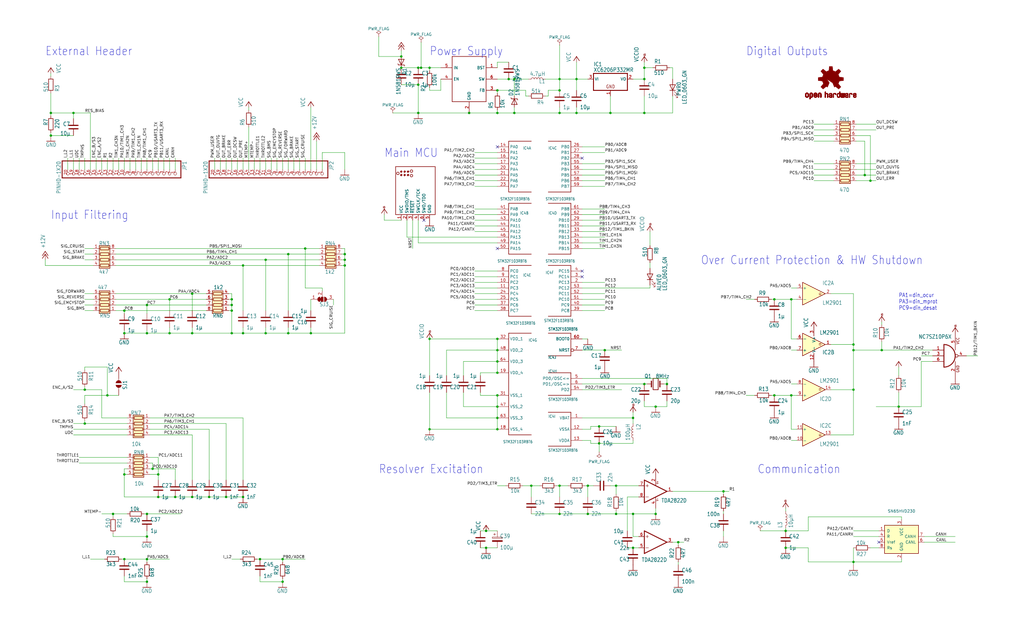
<source format=kicad_sch>
(kicad_sch (version 20211123) (generator eeschema)
  (paper "User" 460.197 286.029)
  (lib_symbols
    (symbol "Comparator:LM2901" (pin_names (offset 0.127))
      (property "Reference" "U" (at 0 5.08 0))
      (property "Value" "LM2901" (at 0 -5.08 0))
      (symbol "LM2901_1_1"
        (pin open_collector line (at 7.62 0 180) (length 2.54) (name "~") (number "2"))
        (pin input line (at -7.62 -2.54 0) (length 2.54) (name "-") (number "4"))
        (pin input line (at -7.62 2.54 0) (length 2.54) (name "+") (number "5"))
      )
      (symbol "LM2901_2_1"
        (pin open_collector line (at 7.62 0 180) (length 2.54) (name "~") (number "1"))
        (pin input line (at -7.62 -2.54 0) (length 2.54) (name "-") (number "6"))
        (pin input line (at -7.62 2.54 0) (length 2.54) (name "+") (number "7"))
      )
      (symbol "LM2901_3_1"
        (pin input line (at -7.62 -2.54 0) (length 2.54) (name "-") (number "10"))
        (pin input line (at -7.62 2.54 0) (length 2.54) (name "+") (number "11"))
        (pin open_collector line (at 7.62 0 180) (length 2.54) (name "~") (number "13"))
      )
      (symbol "LM2901_4_1"
        (pin open_collector line (at 7.62 0 180) (length 2.54) (name "~") (number "14"))
        (pin input line (at -7.62 -2.54 0) (length 2.54) (name "-") (number "8"))
        (pin input line (at -7.62 2.54 0) (length 2.54) (name "+") (number "9"))
      )
      (symbol "LM2901_5_1"
        (pin power_in line (at -2.54 -7.62 90) (length 3.81) (name "V-") (number "12"))
        (pin power_in line (at -2.54 7.62 270) (length 3.81) (name "V+") (number "3"))
      )
    )
    (symbol "Device:C" (pin_numbers hide) (pin_names (offset 0.254))
      (property "Reference" "C" (at 0.635 2.54 0))
      (property "Value" "C" (at 0.635 -2.54 0))
      (symbol "C_1_1"
        (pin passive line (at 0 3.81 270) (length 2.794) (name "~") (number "1"))
        (pin passive line (at 0 -3.81 90) (length 2.794) (name "~") (number "2"))
      )
    )
    (symbol "Device:C_Polarized" (pin_numbers hide) (pin_names (offset 0.254))
      (property "Reference" "C" (at 0.635 2.54 0))
      (property "Value" "C_Polarized" (at 0.635 -2.54 0))
      (symbol "C_Polarized_1_1"
        (pin passive line (at 0 3.81 270) (length 2.794) (name "~") (number "1"))
        (pin passive line (at 0 -3.81 90) (length 2.794) (name "~") (number "2"))
      )
    )
    (symbol "Device:Crystal" (pin_numbers hide) (pin_names (offset 1.016) hide)
      (property "Reference" "Y" (at 0 3.81 0))
      (property "Value" "Crystal" (at 0 -3.81 0))
      (symbol "Crystal_1_1"
        (pin passive line (at -3.81 0 0) (length 1.27) (name "1") (number "1"))
        (pin passive line (at 3.81 0 180) (length 1.27) (name "2") (number "2"))
      )
    )
    (symbol "Device:L" (pin_numbers hide) (pin_names (offset 1.016) hide)
      (property "Reference" "L" (at -1.27 0 90))
      (property "Value" "L" (at 1.905 0 90))
      (symbol "L_1_1"
        (pin passive line (at 0 3.81 270) (length 1.27) (name "1") (number "1"))
        (pin passive line (at 0 -3.81 90) (length 1.27) (name "2") (number "2"))
      )
    )
    (symbol "Device:LED" (pin_numbers hide) (pin_names (offset 1.016) hide)
      (property "Reference" "D" (at 0 2.54 0))
      (property "Value" "LED" (at 0 -2.54 0))
      (symbol "LED_1_1"
        (pin passive line (at -3.81 0 0) (length 2.54) (name "K") (number "1"))
        (pin passive line (at 3.81 0 180) (length 2.54) (name "A") (number "2"))
      )
    )
    (symbol "Device:R" (pin_numbers hide) (pin_names (offset 0))
      (property "Reference" "R" (at 2.032 0 90))
      (property "Value" "R" (at 0 0 90))
      (symbol "R_1_1"
        (pin passive line (at 0 3.81 270) (length 1.27) (name "~") (number "1"))
        (pin passive line (at 0 -3.81 90) (length 1.27) (name "~") (number "2"))
      )
    )
    (symbol "Device:R_Pack04" (pin_names (offset 0) hide)
      (property "Reference" "RN" (at -7.62 0 90))
      (property "Value" "R_Pack04" (at 5.08 0 90))
      (symbol "R_Pack04_1_1"
        (pin passive line (at -5.08 -5.08 90) (length 2.54) (name "R1.1") (number "1"))
        (pin passive line (at -2.54 -5.08 90) (length 2.54) (name "R2.1") (number "2"))
        (pin passive line (at 0 -5.08 90) (length 2.54) (name "R3.1") (number "3"))
        (pin passive line (at 2.54 -5.08 90) (length 2.54) (name "R4.1") (number "4"))
        (pin passive line (at 2.54 5.08 270) (length 2.54) (name "R4.2") (number "5"))
        (pin passive line (at 0 5.08 270) (length 2.54) (name "R3.2") (number "6"))
        (pin passive line (at -2.54 5.08 270) (length 2.54) (name "R2.2") (number "7"))
        (pin passive line (at -5.08 5.08 270) (length 2.54) (name "R1.2") (number "8"))
      )
    )
    (symbol "Interface_CAN_LIN:SN65HVD230" (pin_names (offset 1.016))
      (property "Reference" "U" (at -2.54 10.16 0))
      (property "Value" "SN65HVD230" (at -2.54 7.62 0))
      (symbol "SN65HVD230_1_1"
        (pin input line (at -10.16 2.54 0) (length 2.54) (name "D") (number "1"))
        (pin power_in line (at 0 -10.16 90) (length 2.54) (name "GND") (number "2"))
        (pin power_in line (at 0 7.62 270) (length 2.54) (name "VCC") (number "3"))
        (pin output line (at -10.16 0 0) (length 2.54) (name "R") (number "4"))
        (pin output line (at -10.16 -2.54 0) (length 2.54) (name "Vref") (number "5"))
        (pin bidirectional line (at 10.16 -2.54 180) (length 2.54) (name "CANL") (number "6"))
        (pin bidirectional line (at 10.16 0 180) (length 2.54) (name "CANH") (number "7"))
        (pin input line (at -10.16 -5.08 0) (length 2.54) (name "Rs") (number "8"))
      )
    )
    (symbol "Jumper:SolderJumper_3_Bridged12" (pin_names (offset 0) hide)
      (property "Reference" "JP" (at -2.54 -2.54 0))
      (property "Value" "SolderJumper_3_Bridged12" (at 0 2.794 0))
      (symbol "SolderJumper_3_Bridged12_1_1"
        (pin passive line (at -5.08 0 0) (length 2.54) (name "A") (number "1"))
        (pin passive line (at 0 -3.81 90) (length 2.54) (name "C") (number "2"))
        (pin passive line (at 5.08 0 180) (length 2.54) (name "B") (number "3"))
      )
    )
    (symbol "mainboard-mini-eagle-import:+12V" (power)
      (property "Value" "+12V" (at -2.54 -5.08 90))
      (symbol "+12V_1_0"
        (pin power_in line (at 0 -2.54 90) (length 2.54) (name "+12V") (number "1"))
      )
    )
    (symbol "mainboard-mini-eagle-import:741G10X"
      (property "Reference" "IC" (at -0.635 -0.635 0))
      (symbol "741G10X_1_0"
        (pin input line (at -7.62 2.54 0) (length 5.08) (name "I0") (number "1"))
        (pin input line (at -7.62 0 0) (length 5.08) (name "I1") (number "3"))
        (pin open_collector inverted (at 7.62 0 180) (length 5.08) (name "O") (number "4"))
        (pin input line (at -7.62 -2.54 0) (length 5.08) (name "I2") (number "6"))
      )
      (symbol "741G10X_2_0"
        (text "GND" (at 1.905 -7.62 900) (effects (font (size 1.27 1.0795)) (justify left bottom)))
        (text "VCC" (at 1.905 5.08 900) (effects (font (size 1.27 1.0795)) (justify left bottom)))
        (pin power_in line (at 0 -10.16 90) (length 7.62) (name "GND") (number "2"))
        (pin power_in line (at 0 10.16 270) (length 7.62) (name "VCC") (number "5"))
      )
    )
    (symbol "mainboard-mini-eagle-import:BAT20JFILM"
      (property "Reference" "D" (at 2.54 0.4826 0))
      (property "Value" "BAT20JFILM" (at 2.54 -2.3114 0))
      (symbol "BAT20JFILM_1_0"
        (pin passive line (at 2.54 0 180) (length 2.54) (name "C") (number "1"))
        (pin passive line (at -2.54 0 0) (length 2.54) (name "A") (number "2"))
      )
    )
    (symbol "mainboard-mini-eagle-import:GND" (power)
      (property "Value" "GND" (at -2.54 -2.54 0))
      (symbol "GND_1_0"
        (pin power_in line (at 0 2.54 270) (length 2.54) (name "GND") (number "1"))
      )
    )
    (symbol "mainboard-mini-eagle-import:MB2359DJ"
      (symbol "MB2359DJ_1_0"
        (pin power_out line (at 12.7 5.08 180) (length 5.08) (name "BST") (number "1"))
        (pin power_in line (at 0 -15.24 90) (length 5.08) (name "GND") (number "2"))
        (pin power_out line (at 12.7 -5.08 180) (length 5.08) (name "FB") (number "3"))
        (pin input line (at -12.7 0 0) (length 5.08) (name "EN") (number "4"))
        (pin power_in line (at -12.7 5.08 0) (length 5.08) (name "IN") (number "5"))
        (pin power_out line (at 12.7 0 180) (length 5.08) (name "SW") (number "6"))
      )
    )
    (symbol "mainboard-mini-eagle-import:MCP1703CB"
      (property "Reference" "IC" (at -7.62 5.715 0))
      (property "Value" "MCP1703CB" (at -7.62 3.175 0))
      (symbol "MCP1703CB_1_0"
        (text "GND" (at -2.032 -4.318 0) (effects (font (size 1.524 1.2954)) (justify left bottom)))
        (pin power_in line (at 0 -7.62 90) (length 2.54) (name "GND") (number "1"))
        (pin power_out line (at 10.16 0 180) (length 2.54) (name "VO") (number "2"))
        (pin power_in line (at -10.16 0 0) (length 2.54) (name "VI") (number "3"))
      )
    )
    (symbol "mainboard-mini-eagle-import:OSHW-LOGOM")
    (symbol "mainboard-mini-eagle-import:PINHD-1X20"
      (property "Reference" "JP" (at -6.35 26.035 0))
      (property "Value" "PINHD-1X20" (at -6.35 -30.48 0))
      (symbol "PINHD-1X20_1_0"
        (pin passive inverted (at -2.54 22.86 0) (length 2.54) (name "1") (number "1"))
        (pin passive inverted (at -2.54 0 0) (length 2.54) (name "10") (number "10"))
        (pin passive inverted (at -2.54 -2.54 0) (length 2.54) (name "11") (number "11"))
        (pin passive inverted (at -2.54 -5.08 0) (length 2.54) (name "12") (number "12"))
        (pin passive inverted (at -2.54 -7.62 0) (length 2.54) (name "13") (number "13"))
        (pin passive inverted (at -2.54 -10.16 0) (length 2.54) (name "14") (number "14"))
        (pin passive inverted (at -2.54 -12.7 0) (length 2.54) (name "15") (number "15"))
        (pin passive inverted (at -2.54 -15.24 0) (length 2.54) (name "16") (number "16"))
        (pin passive inverted (at -2.54 -17.78 0) (length 2.54) (name "17") (number "17"))
        (pin passive inverted (at -2.54 -20.32 0) (length 2.54) (name "18") (number "18"))
        (pin passive inverted (at -2.54 -22.86 0) (length 2.54) (name "19") (number "19"))
        (pin passive inverted (at -2.54 20.32 0) (length 2.54) (name "2") (number "2"))
        (pin passive inverted (at -2.54 -25.4 0) (length 2.54) (name "20") (number "20"))
        (pin passive inverted (at -2.54 17.78 0) (length 2.54) (name "3") (number "3"))
        (pin passive inverted (at -2.54 15.24 0) (length 2.54) (name "4") (number "4"))
        (pin passive inverted (at -2.54 12.7 0) (length 2.54) (name "5") (number "5"))
        (pin passive inverted (at -2.54 10.16 0) (length 2.54) (name "6") (number "6"))
        (pin passive inverted (at -2.54 7.62 0) (length 2.54) (name "7") (number "7"))
        (pin passive inverted (at -2.54 5.08 0) (length 2.54) (name "8") (number "8"))
        (pin passive inverted (at -2.54 2.54 0) (length 2.54) (name "9") (number "9"))
      )
    )
    (symbol "mainboard-mini-eagle-import:SOLDERJUMPERNO"
      (property "Reference" "SJ" (at -2.54 2.54 0))
      (property "Value" "SOLDERJUMPERNO" (at -2.54 -5.08 0))
      (symbol "SOLDERJUMPERNO_1_0"
        (pin passive line (at -5.08 0 0) (length 2.54) (name "1") (number "1"))
        (pin passive line (at 5.08 0 180) (length 2.54) (name "2") (number "2"))
      )
    )
    (symbol "mainboard-mini-eagle-import:STM32F10XRXT6"
      (property "Reference" "U" (at -5.08 5.08 0))
      (property "Value" "STM32F10XRXT6" (at -5.08 -7.62 0))
      (symbol "STM32F10XRXT6_1_0"
        (pin bidirectional line (at -7.62 7.62 0) (length 5.08) (name "PA0") (number "14"))
        (pin bidirectional line (at -7.62 5.08 0) (length 5.08) (name "PA1") (number "15"))
        (pin bidirectional line (at -7.62 2.54 0) (length 5.08) (name "PA2") (number "16"))
        (pin bidirectional line (at -7.62 0 0) (length 5.08) (name "PA3") (number "17"))
        (pin bidirectional line (at -7.62 -2.54 0) (length 5.08) (name "PA4") (number "20"))
        (pin bidirectional line (at -7.62 -5.08 0) (length 5.08) (name "PA5") (number "21"))
        (pin bidirectional line (at -7.62 -7.62 0) (length 5.08) (name "PA6") (number "22"))
        (pin bidirectional line (at -7.62 -10.16 0) (length 5.08) (name "PA7") (number "23"))
      )
      (symbol "STM32F10XRXT6_2_0"
        (pin bidirectional line (at -7.62 10.16 0) (length 5.08) (name "PA8") (number "41"))
        (pin bidirectional line (at -7.62 7.62 0) (length 5.08) (name "PA9") (number "42"))
        (pin bidirectional line (at -7.62 5.08 0) (length 5.08) (name "PA10") (number "43"))
        (pin bidirectional line (at -7.62 2.54 0) (length 5.08) (name "PA11") (number "44"))
        (pin bidirectional line (at -7.62 0 0) (length 5.08) (name "PA12") (number "45"))
        (pin bidirectional line (at -7.62 -2.54 0) (length 5.08) (name "PA13") (number "46"))
        (pin bidirectional line (at -7.62 -5.08 0) (length 5.08) (name "PA14") (number "49"))
        (pin bidirectional line (at -7.62 -7.62 0) (length 5.08) (name "PA15") (number "50"))
      )
      (symbol "STM32F10XRXT6_3_0"
        (pin bidirectional line (at 10.16 10.16 180) (length 5.08) (name "PB0") (number "26"))
        (pin bidirectional line (at 10.16 7.62 180) (length 5.08) (name "PB1") (number "27"))
        (pin bidirectional line (at 10.16 5.08 180) (length 5.08) (name "PB2") (number "28"))
        (pin bidirectional line (at 10.16 2.54 180) (length 5.08) (name "PB3") (number "55"))
        (pin bidirectional line (at 10.16 0 180) (length 5.08) (name "PB4") (number "56"))
        (pin bidirectional line (at 10.16 -2.54 180) (length 5.08) (name "PB5") (number "57"))
        (pin bidirectional line (at 10.16 -5.08 180) (length 5.08) (name "PB6") (number "58"))
        (pin bidirectional line (at 10.16 -7.62 180) (length 5.08) (name "PB7") (number "59"))
      )
      (symbol "STM32F10XRXT6_4_0"
        (pin bidirectional line (at 10.16 2.54 180) (length 5.08) (name "PB10") (number "29"))
        (pin bidirectional line (at 10.16 0 180) (length 5.08) (name "PB11") (number "30"))
        (pin bidirectional line (at 10.16 -2.54 180) (length 5.08) (name "PB12") (number "33"))
        (pin bidirectional line (at 10.16 -5.08 180) (length 5.08) (name "PB13") (number "34"))
        (pin bidirectional line (at 10.16 -7.62 180) (length 5.08) (name "PB14") (number "35"))
        (pin bidirectional line (at 10.16 -10.16 180) (length 5.08) (name "PB15") (number "36"))
        (pin bidirectional line (at 10.16 7.62 180) (length 5.08) (name "PB8") (number "61"))
        (pin bidirectional line (at 10.16 5.08 180) (length 5.08) (name "PB9") (number "62"))
      )
      (symbol "STM32F10XRXT6_5_0"
        (pin bidirectional line (at -10.16 5.08 0) (length 5.08) (name "PC2") (number "10"))
        (pin bidirectional line (at -10.16 2.54 0) (length 5.08) (name "PC3") (number "11"))
        (pin bidirectional line (at -10.16 0 0) (length 5.08) (name "PC4") (number "24"))
        (pin bidirectional line (at -10.16 -2.54 0) (length 5.08) (name "PC5") (number "25"))
        (pin bidirectional line (at -10.16 -5.08 0) (length 5.08) (name "PC6") (number "37"))
        (pin bidirectional line (at -10.16 -7.62 0) (length 5.08) (name "PC7") (number "38"))
        (pin bidirectional line (at -10.16 10.16 0) (length 5.08) (name "PC0") (number "8"))
        (pin bidirectional line (at -10.16 7.62 0) (length 5.08) (name "PC1") (number "9"))
      )
      (symbol "STM32F10XRXT6_6_0"
        (pin bidirectional line (at -10.16 -5.08 0) (length 5.08) (name "PC13") (number "2"))
        (pin bidirectional line (at -10.16 -7.62 0) (length 5.08) (name "PC14") (number "3"))
        (pin bidirectional line (at -10.16 7.62 0) (length 5.08) (name "PC8") (number "39"))
        (pin bidirectional line (at -10.16 -10.16 0) (length 5.08) (name "PC15") (number "4"))
        (pin bidirectional line (at -10.16 5.08 0) (length 5.08) (name "PC9") (number "40"))
        (pin bidirectional line (at -10.16 2.54 0) (length 5.08) (name "PC10") (number "51"))
        (pin bidirectional line (at -10.16 0 0) (length 5.08) (name "PC11") (number "52"))
        (pin bidirectional line (at -10.16 -2.54 0) (length 5.08) (name "PC12") (number "53"))
      )
      (symbol "STM32F10XRXT6_7_0"
        (pin power_in line (at -10.16 -20.32 0) (length 5.08) (name "VSS_4") (number "18"))
        (pin power_in line (at -10.16 5.08 0) (length 5.08) (name "VDD_4") (number "19"))
        (pin power_in line (at -10.16 -5.08 0) (length 5.08) (name "VSS_1") (number "31"))
        (pin power_in line (at -10.16 20.32 0) (length 5.08) (name "VDD_1") (number "32"))
        (pin power_in line (at -10.16 -10.16 0) (length 5.08) (name "VSS_2") (number "47"))
        (pin power_in line (at -10.16 15.24 0) (length 5.08) (name "VDD_2") (number "48"))
        (pin power_in line (at -10.16 -15.24 0) (length 5.08) (name "VSS_3") (number "63"))
        (pin power_in line (at -10.16 10.16 0) (length 5.08) (name "VDD_3") (number "64"))
      )
      (symbol "STM32F10XRXT6_8_0"
        (pin bidirectional line (at 10.16 2.54 180) (length 5.08) (name "PD0/OSC<=") (number "5"))
        (pin bidirectional line (at 10.16 -2.54 180) (length 5.08) (name "PD2") (number "54"))
        (pin bidirectional line (at 10.16 0 180) (length 5.08) (name "PD1/OSC=>") (number "6"))
      )
      (symbol "STM32F10XRXT6_9_0"
        (pin power_in line (at 10.16 5.08 180) (length 5.08) (name "VBAT") (number "1"))
        (pin power_in line (at 10.16 0 180) (length 5.08) (name "VSSA") (number "12"))
        (pin power_in line (at 10.16 -5.08 180) (length 5.08) (name "VDDA") (number "13"))
      )
      (symbol "STM32F10XRXT6_10_0"
        (pin input line (at 10.16 -2.54 180) (length 5.08) (name "BOOT0") (number "60"))
        (pin input inverted (at 10.16 2.54 180) (length 5.08) (name "NRST") (number "7"))
      )
    )
    (symbol "mainboard-mini-eagle-import:TC2030_SWD-MCP"
      (symbol "TC2030_SWD-MCP_1_0"
        (pin passive line (at -12.7 7.62 0) (length 2.54) (name "VCC") (number "1"))
        (pin bidirectional line (at -12.7 5.08 0) (length 2.54) (name "SWDIO/TMS") (number "2"))
        (pin output line (at -12.7 2.54 0) (length 2.54) (name "~{RESET}") (number "3"))
        (pin output line (at -12.7 0 0) (length 2.54) (name "SWCLK/TCK") (number "4"))
        (pin passive line (at -12.7 -5.08 0) (length 2.54) (name "GND") (number "5"))
        (pin bidirectional line (at -12.7 -2.54 0) (length 2.54) (name "SWO/TDO") (number "6"))
      )
    )
    (symbol "mainboard-mini-eagle-import:TDA2822D"
      (symbol "TDA2822D_1_0"
        (pin output line (at 7.62 0 180) (length 2.54) (name "OUT") (number "1"))
        (pin input line (at -7.62 2.54 0) (length 2.54) (name "+IN") (number "7"))
        (pin input line (at -7.62 -2.54 0) (length 2.54) (name "-IN") (number "8"))
      )
      (symbol "TDA2822D_2_0"
        (pin output line (at 7.62 0 180) (length 2.54) (name "OUT") (number "3"))
        (pin input line (at -7.62 -2.54 0) (length 2.54) (name "-IN") (number "5"))
        (pin input line (at -7.62 2.54 0) (length 2.54) (name "+IN") (number "6"))
      )
      (symbol "TDA2822D_3_0"
        (text "V+" (at 1.27 3.175 900) (effects (font (size 0.8128 0.6908)) (justify left bottom)))
        (text "V-" (at 1.27 -4.445 900) (effects (font (size 0.8128 0.6908)) (justify left bottom)))
        (pin power_in line (at 0 7.62 270) (length 5.08) (name "V+") (number "2"))
        (pin power_in line (at 0 -7.62 90) (length 5.08) (name "V-") (number "4"))
      )
    )
    (symbol "mainboard-mini-eagle-import:VCC" (power)
      (property "Value" "VCC" (at -2.54 -2.54 90))
      (symbol "VCC_1_0"
        (pin power_in line (at 0 -2.54 90) (length 2.54) (name "VCC") (number "1"))
      )
    )
    (symbol "mainboard-mini-eagle-import:VCCIO" (power)
      (property "Value" "VCCIO" (at -2.54 -2.54 90))
      (symbol "VCCIO_1_0"
        (text "IO" (at -0.508 0.254 0) (effects (font (size 0.8128 0.6908)) (justify left bottom)))
        (pin power_in line (at 0 -2.54 90) (length 2.54) (name "VCCIO") (number "1"))
      )
    )
    (symbol "power:PWR_FLAG" (power) (pin_numbers hide) (pin_names (offset 0) hide)
      (property "Value" "PWR_FLAG" (at 0 3.81 0))
      (symbol "PWR_FLAG_0_0"
        (pin power_out line (at 0 0 90) (length 0) (name "pwr") (number "1"))
      )
    )
  )
  (junction (at 251.46 50.8))
  (junction (at 259.08 35.56))
  (junction (at 353.06 238.76))
  (junction (at 289.56 30.48))
  (junction (at 78.74 223.52))
  (junction (at 86.36 223.52))
  (junction (at 187.96 30.48))
  (junction (at 223.52 50.8))
  (junction (at 154.94 119.38))
  (junction (at 71.12 213.36))
  (junction (at 403.86 182.88))
  (junction (at 289.56 50.8))
  (junction (at 33.02 50.8))
  (junction (at 383.54 175.26))
  (junction (at 104.14 137.16))
  (junction (at 289.56 35.56))
  (junction (at 101.6 223.52))
  (junction (at 104.14 149.86))
  (junction (at 109.22 119.38))
  (junction (at 223.52 157.48))
  (junction (at 55.88 213.36))
  (junction (at 189.23 30.48))
  (junction (at 86.36 149.86))
  (junction (at 276.86 218.44))
  (junction (at 347.98 177.8))
  (junction (at 66.04 137.16))
  (junction (at 269.24 191.77))
  (junction (at 251.46 231.14))
  (junction (at 388.62 78.74))
  (junction (at 284.48 187.96))
  (junction (at 353.06 246.38))
  (junction (at 284.48 246.38))
  (junction (at 129.54 114.3))
  (junction (at 271.78 157.48))
  (junction (at 223.52 182.88))
  (junction (at 109.22 223.52))
  (junction (at 66.04 231.14))
  (junction (at 299.72 172.72))
  (junction (at 187.96 38.1))
  (junction (at 154.94 116.84))
  (junction (at 325.12 220.98))
  (junction (at 347.98 134.62))
  (junction (at 154.94 114.3))
  (junction (at 66.04 241.3))
  (junction (at 66.04 261.62))
  (junction (at 251.46 35.56))
  (junction (at 193.04 193.04))
  (junction (at 355.6 134.62))
  (junction (at 22.86 60.96))
  (junction (at 223.52 187.96))
  (junction (at 127 251.46))
  (junction (at 355.6 177.8))
  (junction (at 210.82 50.8))
  (junction (at 50.8 231.14))
  (junction (at 119.38 116.84))
  (junction (at 284.48 231.14))
  (junction (at 119.38 149.86))
  (junction (at 38.1 190.5))
  (junction (at 137.16 111.76))
  (junction (at 294.64 231.14))
  (junction (at 86.36 132.08))
  (junction (at 66.04 251.46))
  (junction (at 104.14 134.62))
  (junction (at 294.64 182.88))
  (junction (at 223.52 167.64))
  (junction (at 55.88 139.7))
  (junction (at 238.76 218.44))
  (junction (at 127 261.62))
  (junction (at 383.54 252.73))
  (junction (at 251.46 40.64))
  (junction (at 259.08 50.8))
  (junction (at 180.34 30.48))
  (junction (at 193.04 152.4))
  (junction (at 71.12 223.52))
  (junction (at 193.04 30.48))
  (junction (at 264.16 231.14))
  (junction (at 68.58 210.82))
  (junction (at 76.2 134.62))
  (junction (at 187.96 50.8))
  (junction (at 109.22 149.86))
  (junction (at 38.1 175.26))
  (junction (at 139.7 149.86))
  (junction (at 231.14 50.8))
  (junction (at 22.86 50.8))
  (junction (at 218.44 246.38))
  (junction (at 218.44 238.76))
  (junction (at 289.56 172.72))
  (junction (at 391.16 81.28))
  (junction (at 383.54 157.48))
  (junction (at 93.98 223.52))
  (junction (at 264.16 218.44))
  (junction (at 223.52 177.8))
  (junction (at 274.32 50.8))
  (junction (at 396.24 157.48))
  (junction (at 48.26 177.8))
  (junction (at 129.54 149.86))
  (junction (at 251.46 218.44))
  (junction (at 180.34 25.4))
  (junction (at 269.24 199.39))
  (junction (at 104.14 139.7))
  (junction (at 383.54 154.94))
  (junction (at 304.8 243.84))
  (junction (at 66.04 149.86))
  (junction (at 223.52 193.04))
  (junction (at 55.88 251.46))
  (junction (at 116.84 251.46))
  (junction (at 276.86 231.14))
  (junction (at 231.14 35.56))
  (junction (at 228.6 35.56))
  (junction (at 223.52 40.64))
  (junction (at 55.88 149.86))
  (junction (at 223.52 152.4))
  (junction (at 223.52 162.56))
  (junction (at 76.2 149.86))
  (no_connect (at 223.52 66.04))
  (no_connect (at 223.52 111.76))
  (no_connect (at 190.5 99.06))
  (no_connect (at 261.62 71.12))
  (no_connect (at 261.62 121.92))
  (no_connect (at 261.62 124.46))
  (no_connect (at 394.97 243.84))
  (wire (pts (xy 154.94 116.84) (xy 154.94 119.38)))
  (wire (pts (xy 66.04 260.35) (xy 66.04 261.62)))
  (wire (pts (xy 78.74 71.12) (xy 78.74 76.2)))
  (wire (pts (xy 261.62 187.96) (xy 284.48 187.96)))
  (wire (pts (xy 238.76 218.44) (xy 242.57 218.44)))
  (wire (pts (xy 384.81 63.5) (xy 388.62 63.5)))
  (wire (pts (xy 274.32 50.8) (xy 259.08 50.8)))
  (wire (pts (xy 346.71 177.8) (xy 347.98 177.8)))
  (wire (pts (xy 292.1 118.11) (xy 292.1 120.65)))
  (wire (pts (xy 53.34 177.8) (xy 48.26 177.8)))
  (wire (pts (xy 261.62 198.12) (xy 265.43 198.12)))
  (wire (pts (xy 144.78 129.54) (xy 144.78 130.81)))
  (wire (pts (xy 143.51 119.38) (xy 109.22 119.38)))
  (wire (pts (xy 22.86 59.69) (xy 22.86 60.96)))
  (wire (pts (xy 109.22 76.2) (xy 109.22 71.12)))
  (wire (pts (xy 223.52 93.98) (xy 213.36 93.98)))
  (wire (pts (xy 223.52 246.38) (xy 218.44 246.38)))
  (wire (pts (xy 302.26 243.84) (xy 304.8 243.84)))
  (wire (pts (xy 261.62 157.48) (xy 271.78 157.48)))
  (wire (pts (xy 143.51 116.84) (xy 119.38 116.84)))
  (wire (pts (xy 261.62 73.66) (xy 271.78 73.66)))
  (wire (pts (xy 363.22 252.73) (xy 383.54 252.73)))
  (wire (pts (xy 101.6 190.5) (xy 67.31 190.5)))
  (wire (pts (xy 139.7 139.7) (xy 139.7 134.62)))
  (wire (pts (xy 55.88 261.62) (xy 66.04 261.62)))
  (wire (pts (xy 341.63 238.76) (xy 353.06 238.76)))
  (wire (pts (xy 38.1 177.8) (xy 38.1 181.61)))
  (wire (pts (xy 383.54 175.26) (xy 383.54 157.48)))
  (wire (pts (xy 223.52 35.56) (xy 228.6 35.56)))
  (wire (pts (xy 335.28 177.8) (xy 339.09 177.8)))
  (wire (pts (xy 64.77 231.14) (xy 66.04 231.14)))
  (wire (pts (xy 52.07 114.3) (xy 129.54 114.3)))
  (wire (pts (xy 93.98 223.52) (xy 101.6 223.52)))
  (wire (pts (xy 261.62 137.16) (xy 271.78 137.16)))
  (wire (pts (xy 99.06 76.2) (xy 99.06 71.12)))
  (wire (pts (xy 223.52 127) (xy 213.36 127)))
  (wire (pts (xy 71.12 76.2) (xy 71.12 71.12)))
  (wire (pts (xy 137.16 111.76) (xy 143.51 111.76)))
  (wire (pts (xy 223.52 134.62) (xy 213.36 134.62)))
  (wire (pts (xy 200.66 157.48) (xy 200.66 168.91)))
  (wire (pts (xy 223.52 177.8) (xy 215.9 177.8)))
  (wire (pts (xy 358.14 134.62) (xy 355.6 134.62)))
  (wire (pts (xy 238.76 231.14) (xy 251.46 231.14)))
  (wire (pts (xy 223.52 132.08) (xy 213.36 132.08)))
  (wire (pts (xy 292.1 129.54) (xy 292.1 128.27)))
  (wire (pts (xy 419.1 160.02) (xy 414.02 160.02)))
  (wire (pts (xy 55.88 149.86) (xy 66.04 149.86)))
  (wire (pts (xy 41.91 132.08) (xy 38.1 132.08)))
  (wire (pts (xy 101.6 76.2) (xy 101.6 71.12)))
  (wire (pts (xy 68.58 208.28) (xy 68.58 210.82)))
  (wire (pts (xy 264.16 223.52) (xy 264.16 218.44)))
  (wire (pts (xy 57.15 205.74) (xy 35.56 205.74)))
  (wire (pts (xy 20.32 119.38) (xy 20.32 116.84)))
  (wire (pts (xy 111.76 57.15) (xy 111.76 76.2)))
  (wire (pts (xy 373.38 195.58) (xy 383.54 195.58)))
  (wire (pts (xy 236.22 43.18) (xy 237.49 43.18)))
  (wire (pts (xy 294.64 231.14) (xy 294.64 228.6)))
  (wire (pts (xy 53.34 71.12) (xy 53.34 76.2)))
  (wire (pts (xy 33.02 50.8) (xy 40.64 50.8)))
  (wire (pts (xy 33.02 76.2) (xy 33.02 71.12)))
  (wire (pts (xy 325.12 220.98) (xy 327.66 220.98)))
  (wire (pts (xy 76.2 76.2) (xy 76.2 71.12)))
  (wire (pts (xy 198.12 40.64) (xy 198.12 35.56)))
  (wire (pts (xy 284.48 246.38) (xy 287.02 246.38)))
  (wire (pts (xy 353.06 237.49) (xy 353.06 238.76)))
  (wire (pts (xy 180.34 30.48) (xy 187.96 30.48)))
  (wire (pts (xy 358.14 129.54) (xy 355.6 129.54)))
  (wire (pts (xy 35.56 76.2) (xy 35.56 71.12)))
  (wire (pts (xy 187.96 109.22) (xy 187.96 99.06)))
  (wire (pts (xy 287.02 241.3) (xy 284.48 241.3)))
  (wire (pts (xy 251.46 223.52) (xy 251.46 218.44)))
  (wire (pts (xy 55.88 251.46) (xy 66.04 251.46)))
  (wire (pts (xy 251.46 231.14) (xy 264.16 231.14)))
  (wire (pts (xy 300.99 30.48) (xy 302.26 30.48)))
  (wire (pts (xy 116.84 261.62) (xy 116.84 259.08)))
  (wire (pts (xy 153.67 116.84) (xy 154.94 116.84)))
  (wire (pts (xy 262.89 218.44) (xy 264.16 218.44)))
  (wire (pts (xy 33.02 190.5) (xy 38.1 190.5)))
  (wire (pts (xy 281.94 223.52) (xy 281.94 238.76)))
  (wire (pts (xy 223.52 30.48) (xy 223.52 27.94)))
  (wire (pts (xy 78.74 210.82) (xy 78.74 215.9)))
  (wire (pts (xy 102.87 134.62) (xy 104.14 134.62)))
  (wire (pts (xy 154.94 111.76) (xy 154.94 114.3)))
  (wire (pts (xy 358.14 193.04) (xy 355.6 193.04)))
  (wire (pts (xy 50.8 231.14) (xy 57.15 231.14)))
  (wire (pts (xy 55.88 76.2) (xy 55.88 71.12)))
  (wire (pts (xy 139.7 149.86) (xy 139.7 147.32)))
  (wire (pts (xy 50.8 76.2) (xy 50.8 71.12)))
  (wire (pts (xy 189.23 30.48) (xy 193.04 30.48)))
  (wire (pts (xy 208.28 162.56) (xy 208.28 168.91)))
  (wire (pts (xy 274.32 218.44) (xy 276.86 218.44)))
  (wire (pts (xy 223.52 78.74) (xy 213.36 78.74)))
  (wire (pts (xy 104.14 251.46) (xy 107.95 251.46)))
  (wire (pts (xy 223.52 121.92) (xy 213.36 121.92)))
  (wire (pts (xy 154.94 76.2) (xy 154.94 68.58)))
  (wire (pts (xy 261.62 109.22) (xy 271.78 109.22)))
  (wire (pts (xy 215.9 167.64) (xy 215.9 168.91)))
  (wire (pts (xy 153.67 114.3) (xy 154.94 114.3)))
  (wire (pts (xy 109.22 149.86) (xy 109.22 147.32)))
  (wire (pts (xy 129.54 149.86) (xy 119.38 149.86)))
  (wire (pts (xy 231.14 43.18) (xy 231.14 35.56)))
  (wire (pts (xy 264.16 231.14) (xy 276.86 231.14)))
  (wire (pts (xy 223.52 76.2) (xy 213.36 76.2)))
  (wire (pts (xy 383.54 246.38) (xy 383.54 252.73)))
  (wire (pts (xy 172.72 99.06) (xy 172.72 96.52)))
  (wire (pts (xy 73.66 76.2) (xy 73.66 71.12)))
  (wire (pts (xy 405.13 232.41) (xy 405.13 233.68)))
  (wire (pts (xy 223.52 71.12) (xy 213.36 71.12)))
  (wire (pts (xy 104.14 139.7) (xy 104.14 149.86)))
  (wire (pts (xy 365.76 76.2) (xy 374.65 76.2)))
  (wire (pts (xy 251.46 50.8) (xy 251.46 48.26)))
  (wire (pts (xy 22.86 50.8) (xy 22.86 52.07)))
  (wire (pts (xy 54.61 251.46) (xy 55.88 251.46)))
  (wire (pts (xy 57.15 187.96) (xy 45.72 187.96)))
  (wire (pts (xy 383.54 154.94) (xy 383.54 132.08)))
  (wire (pts (xy 251.46 35.56) (xy 259.08 35.56)))
  (wire (pts (xy 153.67 111.76) (xy 154.94 111.76)))
  (wire (pts (xy 41.91 139.7) (xy 38.1 139.7)))
  (wire (pts (xy 384.81 55.88) (xy 393.7 55.88)))
  (wire (pts (xy 33.02 175.26) (xy 38.1 175.26)))
  (wire (pts (xy 67.31 208.28) (xy 68.58 208.28)))
  (wire (pts (xy 393.7 81.28) (xy 391.16 81.28)))
  (wire (pts (xy 261.62 106.68) (xy 271.78 106.68)))
  (wire (pts (xy 237.49 35.56) (xy 231.14 35.56)))
  (wire (pts (xy 223.52 68.58) (xy 213.36 68.58)))
  (wire (pts (xy 396.24 157.48) (xy 383.54 157.48)))
  (wire (pts (xy 119.38 76.2) (xy 119.38 71.12)))
  (wire (pts (xy 264.16 218.44) (xy 266.7 218.44)))
  (wire (pts (xy 127 71.12) (xy 127 76.2)))
  (wire (pts (xy 269.24 191.77) (xy 276.86 191.77)))
  (wire (pts (xy 294.64 231.14) (xy 284.48 231.14)))
  (wire (pts (xy 261.62 132.08) (xy 271.78 132.08)))
  (wire (pts (xy 129.54 149.86) (xy 129.54 147.32)))
  (wire (pts (xy 365.76 73.66) (xy 374.65 73.66)))
  (wire (pts (xy 289.56 50.8) (xy 289.56 43.18)))
  (wire (pts (xy 234.95 218.44) (xy 238.76 218.44)))
  (wire (pts (xy 358.14 198.12) (xy 355.6 198.12)))
  (wire (pts (xy 127 251.46) (xy 127 252.73)))
  (wire (pts (xy 281.94 246.38) (xy 284.48 246.38)))
  (wire (pts (xy 265.43 193.04) (xy 265.43 191.77)))
  (wire (pts (xy 116.84 76.2) (xy 116.84 71.12)))
  (wire (pts (xy 261.62 78.74) (xy 271.78 78.74)))
  (wire (pts (xy 223.52 193.04) (xy 193.04 193.04)))
  (wire (pts (xy 299.72 182.88) (xy 299.72 180.34)))
  (wire (pts (xy 393.7 58.42) (xy 384.81 58.42)))
  (wire (pts (xy 223.52 81.28) (xy 213.36 81.28)))
  (wire (pts (xy 261.62 76.2) (xy 271.78 76.2)))
  (wire (pts (xy 265.43 198.12) (xy 265.43 199.39)))
  (wire (pts (xy 271.78 101.6) (xy 261.62 101.6)))
  (wire (pts (xy 119.38 149.86) (xy 109.22 149.86)))
  (wire (pts (xy 40.64 251.46) (xy 46.99 251.46)))
  (wire (pts (xy 259.08 50.8) (xy 259.08 48.26)))
  (wire (pts (xy 271.78 83.82) (xy 261.62 83.82)))
  (wire (pts (xy 223.52 27.94) (xy 228.6 27.94)))
  (wire (pts (xy 115.57 251.46) (xy 116.84 251.46)))
  (wire (pts (xy 414.02 162.56) (xy 414.02 182.88)))
  (wire (pts (xy 289.56 50.8) (xy 274.32 50.8)))
  (wire (pts (xy 101.6 215.9) (xy 101.6 190.5)))
  (wire (pts (xy 119.38 116.84) (xy 119.38 139.7)))
  (wire (pts (xy 325.12 241.3) (xy 325.12 238.76)))
  (wire (pts (xy 271.78 66.04) (xy 261.62 66.04)))
  (wire (pts (xy 144.78 68.58) (xy 144.78 76.2)))
  (wire (pts (xy 193.04 39.37) (xy 193.04 40.64)))
  (wire (pts (xy 43.18 76.2) (xy 43.18 71.12)))
  (wire (pts (xy 223.52 157.48) (xy 223.52 152.4)))
  (wire (pts (xy 60.96 76.2) (xy 60.96 71.12)))
  (wire (pts (xy 66.04 149.86) (xy 66.04 148.59)))
  (wire (pts (xy 41.91 116.84) (xy 38.1 116.84)))
  (wire (pts (xy 134.62 71.12) (xy 134.62 76.2)))
  (wire (pts (xy 137.16 129.54) (xy 137.16 111.76)))
  (wire (pts (xy 215.9 238.76) (xy 218.44 238.76)))
  (wire (pts (xy 57.15 208.28) (xy 35.56 208.28)))
  (wire (pts (xy 223.52 177.8) (xy 223.52 182.88)))
  (wire (pts (xy 41.91 111.76) (xy 38.1 111.76)))
  (wire (pts (xy 228.6 35.56) (xy 231.14 35.56)))
  (wire (pts (xy 66.04 149.86) (xy 76.2 149.86)))
  (wire (pts (xy 149.86 137.16) (xy 149.86 134.62)))
  (wire (pts (xy 274.32 43.18) (xy 274.32 50.8)))
  (wire (pts (xy 223.52 182.88) (xy 208.28 182.88)))
  (wire (pts (xy 294.64 182.88) (xy 289.56 182.88)))
  (wire (pts (xy 279.4 175.26) (xy 261.62 175.26)))
  (wire (pts (xy 55.88 210.82) (xy 55.88 213.36)))
  (wire (pts (xy 200.66 187.96) (xy 200.66 176.53)))
  (wire (pts (xy 292.1 104.14) (xy 292.1 110.49)))
  (wire (pts (xy 218.44 246.38) (xy 215.9 246.38)))
  (wire (pts (xy 304.8 243.84) (xy 304.8 245.11)))
  (wire (pts (xy 415.29 241.3) (xy 429.26 241.3)))
  (wire (pts (xy 223.52 137.16) (xy 213.36 137.16)))
  (wire (pts (xy 66.04 241.3) (xy 66.04 238.76)))
  (wire (pts (xy 66.04 251.46) (xy 76.2 251.46)))
  (wire (pts (xy 393.7 78.74) (xy 388.62 78.74)))
  (wire (pts (xy 251.46 218.44) (xy 255.27 218.44)))
  (wire (pts (xy 383.54 252.73) (xy 383.54 254)))
  (wire (pts (xy 129.54 114.3) (xy 129.54 139.7)))
  (wire (pts (xy 193.04 152.4) (xy 193.04 168.91)))
  (wire (pts (xy 302.26 30.48) (xy 302.26 35.56)))
  (wire (pts (xy 396.24 144.78) (xy 396.24 146.05)))
  (wire (pts (xy 265.43 191.77) (xy 269.24 191.77)))
  (wire (pts (xy 38.1 165.1) (xy 48.26 165.1)))
  (wire (pts (xy 289.56 182.88) (xy 289.56 180.34)))
  (wire (pts (xy 142.24 76.2) (xy 142.24 63.5)))
  (wire (pts (xy 396.24 157.48) (xy 419.1 157.48)))
  (wire (pts (xy 304.8 243.84) (xy 307.34 243.84)))
  (wire (pts (xy 38.1 165.1) (xy 38.1 166.37)))
  (wire (pts (xy 93.98 193.04) (xy 93.98 215.9)))
  (wire (pts (xy 335.28 134.62) (xy 339.09 134.62)))
  (wire (pts (xy 405.13 252.73) (xy 405.13 251.46)))
  (wire (pts (xy 52.07 132.08) (xy 86.36 132.08)))
  (wire (pts (xy 259.08 27.94) (xy 259.08 35.56)))
  (wire (pts (xy 129.54 71.12) (xy 129.54 76.2)))
  (wire (pts (xy 68.58 210.82) (xy 78.74 210.82)))
  (wire (pts (xy 271.78 96.52) (xy 261.62 96.52)))
  (wire (pts (xy 180.34 99.06) (xy 172.72 99.06)))
  (wire (pts (xy 193.04 30.48) (xy 193.04 31.75)))
  (wire (pts (xy 391.16 81.28) (xy 384.81 81.28)))
  (wire (pts (xy 92.71 137.16) (xy 66.04 137.16)))
  (wire (pts (xy 284.48 241.3) (xy 284.48 231.14)))
  (wire (pts (xy 223.52 50.8) (xy 231.14 50.8)))
  (wire (pts (xy 41.91 119.38) (xy 20.32 119.38)))
  (wire (pts (xy 193.04 40.64) (xy 198.12 40.64)))
  (wire (pts (xy 284.48 198.12) (xy 284.48 199.39)))
  (wire (pts (xy 383.54 175.26) (xy 383.54 195.58)))
  (wire (pts (xy 127 251.46) (xy 137.16 251.46)))
  (wire (pts (xy 67.31 195.58) (xy 86.36 195.58)))
  (wire (pts (xy 189.23 19.05) (xy 189.23 30.48)))
  (wire (pts (xy 223.52 124.46) (xy 213.36 124.46)))
  (wire (pts (xy 104.14 149.86) (xy 86.36 149.86)))
  (wire (pts (xy 223.52 104.14) (xy 213.36 104.14)))
  (wire (pts (xy 170.18 25.4) (xy 180.34 25.4)))
  (wire (pts (xy 104.14 132.08) (xy 104.14 134.62)))
  (wire (pts (xy 124.46 71.12) (xy 124.46 76.2)))
  (wire (pts (xy 299.72 170.18) (xy 299.72 172.72)))
  (wire (pts (xy 223.52 162.56) (xy 208.28 162.56)))
  (wire (pts (xy 276.86 218.44) (xy 276.86 222.25)))
  (wire (pts (xy 373.38 154.94) (xy 383.54 154.94)))
  (wire (pts (xy 78.74 223.52) (xy 86.36 223.52)))
  (wire (pts (xy 246.38 40.64) (xy 251.46 40.64)))
  (wire (pts (xy 223.52 73.66) (xy 213.36 73.66)))
  (wire (pts (xy 132.08 71.12) (xy 132.08 76.2)))
  (wire (pts (xy 180.34 38.1) (xy 187.96 38.1)))
  (wire (pts (xy 71.12 205.74) (xy 71.12 213.36)))
  (wire (pts (xy 41.91 137.16) (xy 38.1 137.16)))
  (wire (pts (xy 223.52 83.82) (xy 213.36 83.82)))
  (wire (pts (xy 55.88 149.86) (xy 55.88 148.59)))
  (wire (pts (xy 403.86 182.88) (xy 393.7 182.88)))
  (wire (pts (xy 144.78 129.54) (xy 137.16 129.54)))
  (wire (pts (xy 261.62 93.98) (xy 271.78 93.98)))
  (wire (pts (xy 347.98 134.62) (xy 355.6 134.62)))
  (wire (pts (xy 374.65 60.96) (xy 365.76 60.96)))
  (wire (pts (xy 238.76 223.52) (xy 238.76 218.44)))
  (wire (pts (xy 101.6 223.52) (xy 109.22 223.52)))
  (wire (pts (xy 52.07 134.62) (xy 76.2 134.62)))
  (wire (pts (xy 170.18 16.51) (xy 170.18 25.4)))
  (wire (pts (xy 86.36 223.52) (xy 93.98 223.52)))
  (wire (pts (xy 52.07 119.38) (xy 109.22 119.38)))
  (wire (pts (xy 284.48 187.96) (xy 284.48 190.5)))
  (wire (pts (xy 415.29 243.84) (xy 429.26 243.84)))
  (wire (pts (xy 153.67 119.38) (xy 154.94 119.38)))
  (wire (pts (xy 261.62 134.62) (xy 271.78 134.62)))
  (wire (pts (xy 365.76 55.88) (xy 374.65 55.88)))
  (wire (pts (xy 223.52 167.64) (xy 215.9 167.64)))
  (wire (pts (xy 261.62 172.72) (xy 289.56 172.72)))
  (wire (pts (xy 208.28 182.88) (xy 208.28 176.53)))
  (wire (pts (xy 52.07 111.76) (xy 137.16 111.76)))
  (wire (pts (xy 182.88 106.68) (xy 182.88 99.06)))
  (wire (pts (xy 388.62 63.5) (xy 388.62 78.74)))
  (wire (pts (xy 187.96 30.48) (xy 189.23 30.48)))
  (wire (pts (xy 102.87 137.16) (xy 104.14 137.16)))
  (wire (pts (xy 374.65 63.5) (xy 365.76 63.5)))
  (wire (pts (xy 187.96 38.1) (xy 187.96 50.8)))
  (wire (pts (xy 109.22 187.96) (xy 67.31 187.96)))
  (wire (pts (xy 223.52 49.53) (xy 223.52 50.8)))
  (wire (pts (xy 251.46 50.8) (xy 259.08 50.8)))
  (wire (pts (xy 325.12 220.98) (xy 325.12 222.25)))
  (wire (pts (xy 223.52 218.44) (xy 227.33 218.44)))
  (wire (pts (xy 176.53 50.8) (xy 187.96 50.8)))
  (wire (pts (xy 373.38 132.08) (xy 383.54 132.08)))
  (wire (pts (xy 187.96 50.8) (xy 210.82 50.8)))
  (wire (pts (xy 55.88 139.7) (xy 92.71 139.7)))
  (wire (pts (xy 363.22 232.41) (xy 405.13 232.41)))
  (wire (pts (xy 86.36 149.86) (xy 76.2 149.86)))
  (wire (pts (xy 55.88 213.36) (xy 57.15 213.36)))
  (wire (pts (xy 265.43 199.39) (xy 269.24 199.39)))
  (wire (pts (xy 261.62 139.7) (xy 271.78 139.7)))
  (wire (pts (xy 45.72 231.14) (xy 50.8 231.14)))
  (wire (pts (xy 104.14 134.62) (xy 104.14 137.16)))
  (wire (pts (xy 154.94 119.38) (xy 154.94 149.86)))
  (wire (pts (xy 223.52 167.64) (xy 223.52 162.56)))
  (wire (pts (xy 223.52 152.4) (xy 193.04 152.4)))
  (wire (pts (xy 365.76 81.28) (xy 374.65 81.28)))
  (wire (pts (xy 86.36 195.58) (xy 86.36 215.9)))
  (wire (pts (xy 67.31 205.74) (xy 71.12 205.74)))
  (wire (pts (xy 104.14 137.16) (xy 104.14 139.7)))
  (wire (pts (xy 109.22 149.86) (xy 104.14 149.86)))
  (wire (pts (xy 269.24 199.39) (xy 269.24 203.2)))
  (wire (pts (xy 355.6 152.4) (xy 355.6 134.62)))
  (wire (pts (xy 71.12 213.36) (xy 71.12 215.9)))
  (wire (pts (xy 38.1 175.26) (xy 45.72 175.26)))
  (wire (pts (xy 210.82 50.8) (xy 223.52 50.8)))
  (wire (pts (xy 271.78 111.76) (xy 261.62 111.76)))
  (wire (pts (xy 373.38 175.26) (xy 383.54 175.26)))
  (wire (pts (xy 403.86 176.53) (xy 403.86 182.88)))
  (wire (pts (xy 86.36 132.08) (xy 86.36 139.7)))
  (wire (pts (xy 325.12 229.87) (xy 325.12 231.14)))
  (wire (pts (xy 193.04 193.04) (xy 193.04 176.53)))
  (wire (pts (xy 363.22 252.73) (xy 363.22 246.38)))
  (wire (pts (xy 358.14 157.48) (xy 355.6 157.48)))
  (wire (pts (xy 383.54 252.73) (xy 405.13 252.73)))
  (wire (pts (xy 71.12 213.36) (xy 67.31 213.36)))
  (wire (pts (xy 57.15 210.82) (xy 55.88 210.82)))
  (wire (pts (xy 52.07 116.84) (xy 119.38 116.84)))
  (wire (pts (xy 104.14 76.2) (xy 104.14 71.12)))
  (wire (pts (xy 139.7 149.86) (xy 129.54 149.86)))
  (wire (pts (xy 106.68 76.2) (xy 106.68 71.12)))
  (wire (pts (xy 33.02 50.8) (xy 33.02 53.34)))
  (wire (pts (xy 48.26 165.1) (xy 48.26 177.8)))
  (wire (pts (xy 50.8 240.03) (xy 50.8 241.3)))
  (wire (pts (xy 30.48 76.2) (xy 30.48 71.12)))
  (wire (pts (xy 48.26 177.8) (xy 38.1 177.8)))
  (wire (pts (xy 276.86 229.87) (xy 276.86 231.14)))
  (wire (pts (xy 391.16 246.38) (xy 394.97 246.38)))
  (wire (pts (xy 86.36 149.86) (xy 86.36 147.32)))
  (wire (pts (xy 284.48 35.56) (xy 289.56 35.56)))
  (wire (pts (xy 55.88 140.97) (xy 55.88 139.7)))
  (wire (pts (xy 223.52 129.54) (xy 213.36 129.54)))
  (wire (pts (xy 154.94 149.86) (xy 139.7 149.86)))
  (wire (pts (xy 419.1 162.56) (xy 414.02 162.56)))
  (wire (pts (xy 40.64 50.8) (xy 40.64 76.2)))
  (wire (pts (xy 363.22 238.76) (xy 353.06 238.76)))
  (wire (pts (xy 45.72 187.96) (xy 45.72 175.26)))
  (wire (pts (xy 48.26 76.2) (xy 48.26 71.12)))
  (wire (pts (xy 355.6 193.04) (xy 355.6 177.8)))
  (wire (pts (xy 193.04 30.48) (xy 198.12 30.48)))
  (wire (pts (xy 223.52 187.96) (xy 223.52 193.04)))
  (wire (pts (xy 143.51 114.3) (xy 129.54 114.3)))
  (wire (pts (xy 109.22 119.38) (xy 109.22 139.7)))
  (wire (pts (xy 289.56 30.48) (xy 289.56 35.56)))
  (wire (pts (xy 302.26 50.8) (xy 289.56 50.8)))
  (wire (pts (xy 245.11 43.18) (xy 246.38 43.18)))
  (wire (pts (xy 41.91 134.62) (xy 38.1 134.62)))
  (wire (pts (xy 92.71 134.62) (xy 76.2 134.62)))
  (wire (pts (xy 271.78 81.28) (xy 261.62 81.28)))
  (wire (pts (xy 264.16 152.4) (xy 261.62 152.4)))
  (wire (pts (xy 223.52 139.7) (xy 213.36 139.7)))
  (wire (pts (xy 102.87 132.08) (xy 104.14 132.08)))
  (wire (pts (xy 304.8 254) (xy 304.8 252.73)))
  (wire (pts (xy 223.52 101.6) (xy 213.36 101.6)))
  (wire (pts (xy 236.22 43.18) (xy 236.22 40.64)))
  (wire (pts (xy 55.88 213.36) (xy 55.88 223.52)))
  (wire (pts (xy 246.38 43.18) (xy 246.38 40.64)))
  (wire (pts (xy 55.88 223.52) (xy 71.12 223.52)))
  (wire (pts (xy 92.71 132.08) (xy 86.36 132.08)))
  (wire (pts (xy 264.16 35.56) (xy 259.08 35.56)))
  (wire (pts (xy 231.14 50.8) (xy 251.46 50.8)))
  (wire (pts (xy 287.02 223.52) (xy 281.94 223.52)))
  (wire (pts (xy 127 261.62) (xy 116.84 261.62)))
  (wire (pts (xy 223.52 109.22) (xy 187.96 109.22)))
  (wire (pts (xy 294.64 182.88) (xy 299.72 182.88)))
  (wire (pts (xy 33.02 195.58) (xy 57.15 195.58)))
  (wire (pts (xy 261.62 170.18) (xy 299.72 170.18)))
  (wire (pts (xy 414.02 182.88) (xy 403.86 182.88)))
  (wire (pts (xy 223.52 40.64) (xy 223.52 41.91)))
  (wire (pts (xy 245.11 35.56) (xy 251.46 35.56)))
  (wire (pts (xy 22.86 41.91) (xy 22.86 50.8)))
  (wire (pts (xy 403.86 165.1) (xy 403.86 168.91)))
  (wire (pts (xy 33.02 60.96) (xy 22.86 60.96)))
  (wire (pts (xy 41.91 114.3) (xy 38.1 114.3)))
  (wire (pts (xy 284.48 199.39) (xy 269.24 199.39)))
  (wire (pts (xy 52.07 137.16) (xy 66.04 137.16)))
  (wire (pts (xy 236.22 40.64) (xy 223.52 40.64)))
  (wire (pts (xy 66.04 140.97) (xy 66.04 137.16)))
  (wire (pts (xy 223.52 99.06) (xy 213.36 99.06)))
  (wire (pts (xy 289.56 30.48) (xy 293.37 30.48)))
  (wire (pts (xy 289.56 172.72) (xy 290.83 172.72)))
  (wire (pts (xy 76.2 134.62) (xy 76.2 139.7)))
  (wire (pts (xy 121.92 71.12) (xy 121.92 76.2)))
  (wire (pts (xy 50.8 241.3) (xy 66.04 241.3)))
  (wire (pts (xy 71.12 223.52) (xy 78.74 223.52)))
  (wire (pts (xy 58.42 71.12) (xy 58.42 76.2)))
  (wire (pts (xy 391.16 60.96) (xy 391.16 81.28)))
  (wire (pts (xy 284.48 185.42) (xy 284.48 187.96)))
  (wire (pts (xy 271.78 104.14) (xy 261.62 104.14)))
  (wire (pts (xy 302.26 220.98) (xy 325.12 220.98)))
  (wire (pts (xy 185.42 111.76) (xy 185.42 99.06)))
  (wire (pts (xy 302.26 43.18) (xy 302.26 50.8)))
  (wire (pts (xy 38.1 173.99) (xy 38.1 175.26)))
  (wire (pts (xy 383.54 241.3) (xy 394.97 241.3)))
  (wire (pts (xy 261.62 68.58) (xy 271.78 68.58)))
  (wire (pts (xy 96.52 76.2) (xy 96.52 71.12)))
  (wire (pts (xy 67.31 193.04) (xy 93.98 193.04)))
  (wire (pts (xy 434.34 160.02) (xy 439.42 160.02)))
  (wire (pts (xy 223.52 157.48) (xy 200.66 157.48)))
  (wire (pts (xy 45.72 76.2) (xy 45.72 71.12)))
  (wire (pts (xy 137.16 71.12) (xy 137.16 76.2)))
  (wire (pts (xy 38.1 190.5) (xy 57.15 190.5)))
  (wire (pts (xy 231.14 50.8) (xy 231.14 48.26)))
  (wire (pts (xy 365.76 78.74) (xy 374.65 78.74)))
  (wire (pts (xy 261.62 193.04) (xy 265.43 193.04)))
  (wire (pts (xy 259.08 35.56) (xy 259.08 40.64)))
  (wire (pts (xy 365.76 58.42) (xy 374.65 58.42)))
  (wire (pts (xy 223.52 106.68) (xy 182.88 106.68)))
  (wire (pts (xy 271.78 157.48) (xy 279.4 157.48)))
  (wire (pts (xy 289.56 27.94) (xy 289.56 30.48)))
  (wire (pts (xy 223.52 162.56) (xy 223.52 157.48)))
  (wire (pts (xy 347.98 177.8) (xy 355.6 177.8)))
  (wire (pts (xy 33.02 50.8) (xy 22.86 50.8)))
  (wire (pts (xy 63.5 71.12) (xy 63.5 76.2)))
  (wire (pts (xy 276.86 218.44) (xy 287.02 218.44)))
  (wire (pts (xy 66.04 76.2) (xy 66.04 71.12)))
  (wire (pts (xy 223.52 187.96) (xy 200.66 187.96)))
  (wire (pts (xy 388.62 78.74) (xy 384.81 78.74)))
  (wire (pts (xy 139.7 48.26) (xy 139.7 76.2)))
  (wire (pts (xy 355.6 177.8) (xy 358.14 177.8)))
  (wire (pts (xy 55.88 261.62) (xy 55.88 259.08)))
  (wire (pts (xy 50.8 231.14) (xy 50.8 232.41)))
  (wire (pts (xy 38.1 76.2) (xy 38.1 71.12)))
  (wire (pts (xy 393.7 73.66) (xy 384.81 73.66)))
  (wire (pts (xy 66.04 231.14) (xy 81.28 231.14)))
  (wire (pts (xy 109.22 215.9) (xy 109.22 187.96)))
  (wire (pts (xy 33.02 193.04) (xy 57.15 193.04)))
  (wire (pts (xy 383.54 157.48) (xy 383.54 154.94)))
  (wire (pts (xy 223.52 96.52) (xy 213.36 96.52)))
  (wire (pts (xy 76.2 149.86) (xy 76.2 147.32)))
  (wire (pts (xy 22.86 33.02) (xy 22.86 34.29)))
  (wire (pts (xy 116.84 251.46) (xy 127 251.46)))
  (wire (pts (xy 393.7 76.2) (xy 384.81 76.2)))
  (wire (pts (xy 358.14 172.72) (xy 355.6 172.72)))
  (wire (pts (xy 298.45 172.72) (xy 299.72 172.72)))
  (wire (pts (xy 396.24 153.67) (xy 396.24 157.48)))
  (wire (pts (xy 261.62 127) (xy 271.78 127)))
  (wire (pts (xy 276.86 231.14) (xy 284.48 231.14)))
  (wire (pts (xy 119.38 149.86) (xy 119.38 147.32)))
  (wire (pts (xy 52.07 139.7) (xy 55.88 139.7)))
  (wire (pts (xy 358.14 152.4) (xy 355.6 152.4)))
  (wire (pts (xy 38.1 189.23) (xy 38.1 190.5)))
  (wire (pts (xy 261.62 99.06) (xy 271.78 99.06)))
  (wire (pts (xy 67.31 210.82) (xy 68.58 210.82)))
  (wire (pts (xy 223.52 182.88) (xy 223.52 187.96)))
  (wire (pts (xy 114.3 76.2) (xy 114.3 71.12)))
  (wire (pts (xy 250.19 218.44) (xy 251.46 218.44)))
  (wire (pts (xy 363.22 246.38) (xy 353.06 246.38)))
  (wire (pts (xy 111.76 48.26) (xy 111.76 49.53)))
  (wire (pts (xy 102.87 139.7) (xy 104.14 139.7)))
  (wire (pts (xy 251.46 20.32) (xy 251.46 35.56)))
  (wire (pts (xy 353.06 228.6) (xy 353.06 229.87)))
  (wire (pts (xy 363.22 232.41) (xy 363.22 238.76)))
  (wire (pts (xy 383.54 238.76) (xy 394.97 238.76)))
  (wire (pts (xy 346.71 134.62) (xy 347.98 134.62)))
  (wire (pts (xy 251.46 40.64) (xy 251.46 35.56)))
  (wire (pts (xy 261.62 129.54) (xy 292.1 129.54)))
  (wire (pts (xy 66.04 251.46) (xy 66.04 252.73)))
  (wire (pts (xy 218.44 238.76) (xy 223.52 238.76)))
  (wire (pts (xy 180.34 22.86) (xy 180.34 25.4)))
  (wire (pts (xy 127 260.35) (xy 127 261.62)))
  (wire (pts (xy 384.81 60.96) (xy 391.16 60.96)))
  (wire (pts (xy 154.94 114.3) (xy 154.94 116.84)))
  (wire (pts (xy 154.94 68.58) (xy 144.78 68.58)))
  (wire (pts (xy 68.58 71.12) (xy 68.58 76.2)))
  (wire (pts (xy 215.9 177.8) (xy 215.9 176.53)))
  (text "Over Current Protection & HW Shutdown" (at 314.96 119.38 180) (effects (font (size 3.81 3.2385)) (justify left bottom)))
  (text "Power Supply" (at 193.04 25.4 180) (effects (font (size 3.81 3.2385)) (justify left bottom)))
  (text "PA1=din_ocur\nPA3=din_mprot\nPC9=din_desat" (at 403.86 139.7 180) (effects (font (size 1.778 1.5113)) (justify left bottom)))
  (text "Resolver Excitation" (at 170.18 213.36 180) (effects (font (size 3.81 3.2385)) (justify left bottom)))
  (text "Input Filtering" (at 22.86 99.06 180) (effects (font (size 3.81 3.2385)) (justify left bottom)))
  (text "Main MCU" (at 172.72 71.12 180) (effects (font (size 3.81 3.2385)) (justify left bottom)))
  (text "External Header" (at 20.32 25.4 180) (effects (font (size 3.81 3.2385)) (justify left bottom)))
  (text "Digital Outputs" (at 335.28 25.4 180) (effects (font (size 3.81 3.2385)) (justify left bottom)))
  (text "Communication" (at 340.36 213.36 180) (effects (font (size 3.81 3.2385)) (justify left bottom)))
  (label "PC0/ADC10" (at 68.58 210.82 0) (effects (font (size 1.2446 1.2446))))
  (label "PB1/ADC9" (at 365.76 58.42 180) (effects (font (size 1.2446 1.2446))))
  (label "PA11{slash}CANRX" (at 213.36 101.6 180) (effects (font (size 1.2446 1.2446))))
  (label "PA9{slash}TIM1_CH2" (at 213.36 96.52 180) (effects (font (size 1.2446 1.2446))))
  (label "ENC_B/S3" (at 43.18 71.12 90) (effects (font (size 1.2446 1.2446))))
  (label "PC2{slash}ADC12" (at 213.36 127 180) (effects (font (size 1.2446 1.2446))))
  (label "PB8{slash}TIM4_CH3" (at 335.28 177.8 180) (effects (font (size 1.2446 1.2446))))
  (label "PB12/TIM1_BKIN" (at 439.42 160.02 90) (effects (font (size 1.2446 1.2446))))
  (label "SIG_EMCYSTOP" (at 38.1 137.16 180) (effects (font (size 1.2446 1.2446))))
  (label "THROTTLE1" (at 35.56 205.74 180) (effects (font (size 1.2446 1.2446))))
  (label "PB3/SPI1_SCK" (at 365.76 60.96 180) (effects (font (size 1.2446 1.2446))))
  (label "PA5/ADC5" (at 66.04 251.46 0) (effects (font (size 1.2446 1.2446))))
  (label "OUT_PRE" (at 109.22 71.12 90) (effects (font (size 1.2446 1.2446))))
  (label "TIM1_CH3N" (at 269.24 111.76 0) (effects (font (size 1.2446 1.2446))))
  (label "PC8" (at 271.78 139.7 0) (effects (font (size 1.2446 1.2446))))
  (label "PC7" (at 213.36 139.7 180) (effects (font (size 1.2446 1.2446))))
  (label "SIG_FORWARD" (at 38.1 132.08 180) (effects (font (size 1.2446 1.2446))))
  (label "THROTTLE2" (at 119.38 71.12 90) (effects (font (size 1.2446 1.2446))))
  (label "PC3/ADC13" (at 73.66 195.58 0) (effects (font (size 1.2446 1.2446))))
  (label "R1" (at 327.66 220.98 0) (effects (font (size 1.2446 1.2446))))
  (label "PB8/TIM4_CH3" (at 269.24 93.98 0) (effects (font (size 1.2446 1.2446))))
  (label "PC11" (at 271.78 132.08 0) (effects (font (size 1.2446 1.2446))))
  (label "PC4{slash}ADC14" (at 213.36 132.08 180) (effects (font (size 1.2446 1.2446))))
  (label "SIG_REVERSE" (at 127 71.12 90) (effects (font (size 1.2446 1.2446))))
  (label "I_L1" (at 33.02 71.12 90) (effects (font (size 1.2446 1.2446))))
  (label "PA12{slash}CANTX" (at 213.36 104.14 180) (effects (font (size 1.2446 1.2446))))
  (label "PA6{slash}TIM3_CH1" (at 213.36 81.28 180) (effects (font (size 1.2446 1.2446))))
  (label "PB7{slash}TIM4_CH2" (at 337.82 134.62 180) (effects (font (size 1.2446 1.2446))))
  (label "PD2/TIM3_ETR" (at 262.89 175.26 0) (effects (font (size 1.2446 1.2446))))
  (label "PA8/TIM1_CH1" (at 66.04 71.12 90) (effects (font (size 1.2446 1.2446))))
  (label "PA7/TIM3_CH2" (at 73.66 187.96 0) (effects (font (size 1.2446 1.2446))))
  (label "PC0{slash}ADC10" (at 213.36 121.92 180) (effects (font (size 1.2446 1.2446))))
  (label "PB5/SPI1_MOSI" (at 271.78 78.74 0) (effects (font (size 1.2446 1.2446))))
  (label "UDC" (at 33.02 195.58 180) (effects (font (size 1.2446 1.2446))))
  (label "PA5{slash}ADC5" (at 213.36 78.74 180) (effects (font (size 1.2446 1.2446))))
  (label "PC11" (at 365.76 76.2 180) (effects (font (size 1.2446 1.2446))))
  (label "SIG_REVERSE" (at 38.1 134.62 180) (effects (font (size 1.2446 1.2446))))
  (label "PA10/TIM1_CH3" (at 55.88 71.12 90) (effects (font (size 1.2446 1.2446))))
  (label "SIG_BMS" (at 38.1 139.7 180) (effects (font (size 1.2446 1.2446))))
  (label "PB4/SPI1_MISO" (at 271.78 76.2 0) (effects (font (size 1.2446 1.2446))))
  (label "TIM1_CH3N" (at 53.34 71.12 90) (effects (font (size 1.2446 1.2446))))
  (label "PB0{slash}ADC8" (at 355.6 157.48 180) (effects (font (size 1.2446 1.2446))))
  (label "I_L2" (at 104.14 251.46 180) (effects (font (size 1.2446 1.2446))))
  (label "PB4/SPI1_MISO" (at 365.76 63.5 180) (effects (font (size 1.2446 1.2446))))
  (label "PA1{slash}TIM2_CH2" (at 213.36 68.58 180) (effects (font (size 1.2446 1.2446))))
  (label "PC10" (at 365.76 81.28 180) (effects (font (size 1.2446 1.2446))))
  (label "PC6" (at 76.2 134.62 0) (effects (font (size 1.2446 1.2446))))
  (label "TIM1_CH1N" (at 63.5 71.12 90) (effects (font (size 1.2446 1.2446))))
  (label "TIM1_CH1N" (at 269.24 106.68 0) (effects (font (size 1.2446 1.2446))))
  (label "PWM_USER" (at 393.7 73.66 0) (effects (font (size 1.2446 1.2446))))
  (label "SIG_EMCYSTOP" (at 124.46 71.12 90) (effects (font (size 1.2446 1.2446))))
  (label "PC12" (at 271.78 129.54 0) (effects (font (size 1.2446 1.2446))))
  (label "PA10{slash}TIM1_CH3" (at 213.36 99.06 180) (effects (font (size 1.2446 1.2446))))
  (label "PA4/ADC4" (at 80.01 132.08 0) (effects (font (size 1.2446 1.2446))))
  (label "PA8{slash}TIM1_CH1" (at 213.36 93.98 180) (effects (font (size 1.2446 1.2446))))
  (label "PC2/ADC12" (at 71.12 231.14 0) (effects (font (size 1.2446 1.2446))))
  (label "OUT_ERR" (at 393.7 81.28 0) (effects (font (size 1.2446 1.2446))))
  (label "OUT_BRAKE" (at 393.7 78.74 0) (effects (font (size 1.2446 1.2446))))
  (label "PC7" (at 414.02 160.02 0) (effects (font (size 1.2446 1.2446))))
  (label "MTEMP+" (at 111.76 71.12 90) (effects (font (size 1.2446 1.2446))))
  (label "PA11/CANRX" (at 383.54 241.3 180) (effects (font (size 1.2446 1.2446))))
  (label "PC1/ADC11" (at 71.12 205.74 0) (effects (font (size 1.2446 1.2446))))
  (label "OUT_PRE" (at 393.7 58.42 0) (effects (font (size 1.2446 1.2446))))
  (label "SIG_FORWARD" (at 129.54 71.12 90) (effects (font (size 1.2446 1.2446))))
  (label "TIM1_CH2N" (at 58.42 71.12 90) (effects (font (size 1.2446 1.2446))))
  (label "PB10/USART3_TX" (at 71.12 71.12 90) (effects (font (size 1.2446 1.2446))))
  (label "NRST" (at 274.32 157.48 0) (effects (font (size 1.2446 1.2446))))
  (label "SIG_CRUISE" (at 38.1 111.76 180) (effects (font (size 1.2446 1.2446))))
  (label "PD2/TIM3_ETR" (at 223.52 218.44 180) (effects (font (size 1.2446 1.2446))))
  (label "PC3{slash}ADC13" (at 213.36 129.54 180) (effects (font (size 1.2446 1.2446))))
  (label "PB10/USART3_TX" (at 269.24 99.06 0) (effects (font (size 1.2446 1.2446))))
  (label "SIG_START" (at 134.62 71.12 90) (effects (font (size 1.2446 1.2446))))
  (label "PWM_USER" (at 96.52 71.12 90) (effects (font (size 1.2446 1.2446))))
  (label "PC5{slash}ADC15" (at 213.36 134.62 180) (effects (font (size 1.2446 1.2446))))
  (label "PA9/TIM1_CH2" (at 60.96 71.12 90) (effects (font (size 1.2446 1.2446))))
  (label "PB5/SPI1_MOSI" (at 93.98 111.76 0) (effects (font (size 1.2446 1.2446))))
  (label "PB9/TIM4_CH4" (at 365.76 73.66 180) (effects (font (size 1.2446 1.2446))))
  (label "THROTTLE2" (at 35.56 208.28 180) (effects (font (size 1.2446 1.2446))))
  (label "PA1/TIM2_CH2" (at 401.32 157.48 0) (effects (font (size 1.2446 1.2446))))
  (label "PC9" (at 271.78 137.16 0) (effects (font (size 1.2446 1.2446))))
  (label "I_L1" (at 40.64 251.46 180) (effects (font (size 1.2446 1.2446))))
  (label "R2" (at 50.8 71.12 90) (effects (font (size 1.2446 1.2446))))
  (label "PA7{slash}TIM3_CH2" (at 213.36 83.82 180) (effects (font (size 1.2446 1.2446))))
  (label "OUT_BRAKE" (at 101.6 71.12 90) (effects (font (size 1.2446 1.2446))))
  (label "R1" (at 48.26 71.12 90) (effects (font (size 1.2446 1.2446))))
  (label "SIG_BRAKE" (at 132.08 71.12 90) (effects (font (size 1.2446 1.2446))))
  (label "PB7/TIM4_CH2" (at 271.78 83.82 0) (effects (font (size 1.2446 1.2446))))
  (label "MTEMP-" (at 45.72 231.14 180) (effects (font (size 1.2446 1.2446))))
  (label "PC5/ADC15" (at 365.76 78.74 180) (effects (font (size 1.2446 1.2446))))
  (label "PB3/SPI1_SCK" (at 271.78 73.66 0) (effects (font (size 1.2446 1.2446))))
  (label "SIG_CRUISE" (at 149.86 137.16 270) (effects (font (size 1.2446 1.2446))))
  (label "MTEMP-" (at 114.3 71.12 90) (effects (font (size 1.2446 1.2446))))
  (label "PC9" (at 414.02 162.56 180) (effects (font (size 1.2446 1.2446))))
  (label "OUT_OUVTG" (at 393.7 76.2 0) (effects (font (size 1.2446 1.2446))))
  (label "PB9/TIM4_CH4" (at 269.24 96.52 0) (effects (font (size 1.2446 1.2446))))
  (label "NRST" (at 185.42 111.76 90) (effects (font (size 1.2446 1.2446))))
  (label "PA3{slash}ADC3" (at 213.36 73.66 180) (effects (font (size 1.2446 1.2446))))
  (label "R2" (at 307.34 243.84 0) (effects (font (size 1.2446 1.2446))))
  (label "PA12/CANTX" (at 383.54 238.76 180) (effects (font (size 1.2446 1.2446))))
  (label "PC9" (at 68.58 71.12 90) (effects (font (size 1.2446 1.2446))))
  (label "PC13" (at 271.78 127 0) (effects (font (size 1.2446 1.2446))))
  (label "PC8" (at 55.88 139.7 0) (effects (font (size 1.2446 1.2446))))
  (label "PB0/ADC8" (at 127 251.46 0) (effects (font (size 1.2446 1.2446))))
  (label "THROTTLE1" (at 116.84 71.12 90) (effects (font (size 1.2446 1.2446))))
  (label "SIG_CRUISE" (at 137.16 71.12 90) (effects (font (size 1.2446 1.2446))))
  (label "PC10" (at 271.78 134.62 0) (effects (font (size 1.2446 1.2446))))
  (label "ENC_A/S2" (at 45.72 71.12 90) (effects (font (size 1.2446 1.2446))))
  (label "CANL" (at 76.2 71.12 90) (effects (font (size 1.2446 1.2446))))
  (label "PA3/ADC3" (at 93.98 119.38 0) (effects (font (size 1.2446 1.2446))))
  (label "PA2/ADC2" (at 92.71 116.84 0) (effects (font (size 1.2446 1.2446))))
  (label "PA4{slash}ADC4" (at 213.36 76.2 180) (effects (font (size 1.2446 1.2446))))
  (label "CANL" (at 425.45 243.84 180) (effects (font (size 1.2446 1.2446))))
  (label "OUT_DCSW" (at 393.7 55.88 0) (effects (font (size 1.2446 1.2446))))
  (label "PB0{slash}ADC8" (at 355.6 198.12 180) (effects (font (size 1.2446 1.2446))))
  (label "SIG_START" (at 38.1 114.3 180) (effects (font (size 1.2446 1.2446))))
  (label "PA5{slash}ADC5" (at 355.6 129.54 180) (effects (font (size 1.2446 1.2446))))
  (label "I_L2" (at 30.48 71.12 90) (effects (font (size 1.2446 1.2446))))
  (label "OUT_ERR" (at 104.14 71.12 90) (effects (font (size 1.2446 1.2446))))
  (label "PA6/TIM3_CH1" (at 73.66 190.5 0) (effects (font (size 1.2446 1.2446))))
  (label "UDC" (at 35.56 71.12 90) (effects (font (size 1.2446 1.2446))))
  (label "ENC_B{slash}S3" (at 33.02 190.5 180) (effects (font (size 1.2446 1.2446))))
  (label "OUT_OUVTG" (at 99.06 71.12 90) (effects (font (size 1.2446 1.2446))))
  (label "PB12/TIM1_BKIN" (at 269.24 104.14 0) (effects (font (size 1.2446 1.2446))))
  (label "TMPHS" (at 38.1 71.12 90) (effects (font (size 1.2446 1.2446))))
  (label "PC7" (at 66.04 137.16 0) (effects (font (size 1.2446 1.2446))))
  (label "SIG_BRAKE" (at 38.1 116.84 180) (effects (font (size 1.2446 1.2446))))
  (label "PB11/USART3_RX" (at 73.66 71.12 90) (effects (font (size 1.2446 1.2446))))
  (label "CANH" (at 425.45 241.3 180) (effects (font (size 1.2446 1.2446))))
  (label "PA5{slash}ADC5" (at 355.6 172.72 180) (effects (font (size 1.2446 1.2446))))
  (label "PB6/TIM4_CH1" (at 92.71 114.3 0) (effects (font (size 1.2446 1.2446))))
  (label "OUT_DCSW" (at 106.68 71.12 90) (effects (font (size 1.2446 1.2446))))
  (label "PC13" (at 365.76 55.88 180) (effects (font (size 1.2446 1.2446))))
  (label "RES_BIAS" (at 38.1 50.8 0) (effects (font (size 1.2446 1.2446))))
  (label "TMPHS" (at 33.02 193.04 180) (effects (font (size 1.2446 1.2446))))
  (label "PC6" (at 213.36 137.16 180) (effects (font (size 1.2446 1.2446))))
  (label "PB0/ADC8" (at 271.78 66.04 0) (effects (font (size 1.2446 1.2446))))
  (label "ENC_A{slash}S2" (at 33.02 175.26 180) (effects (font (size 1.2446 1.2446))))
  (label "PB1/ADC9" (at 271.78 68.58 0) (effects (font (size 1.2446 1.2446))))
  (label "PC1{slash}ADC11" (at 213.36 124.46 180) (effects (font (size 1.2446 1.2446))))
  (label "PB6/TIM4_CH1" (at 271.78 81.28 0) (effects (font (size 1.2446 1.2446))))
  (label "PC4/ADC14" (at 73.66 193.04 0) (effects (font (size 1.2446 1.2446))))
  (label "PA2{slash}ADC2" (at 213.36 71.12 180) (effects (font (size 1.2446 1.2446))))
  (label "TIM1_CH2N" (at 269.24 109.22 0) (effects (font (size 1.2446 1.2446))))
  (label "SIG_BMS" (at 121.92 71.12 90) (effects (font (size 1.2446 1.2446))))
  (label "PB11/USART3_RX" (at 269.24 101.6 0) (effects (font (size 1.2446 1.2446))))
  (label "CANH" (at 78.74 71.12 90) (effects (font (size 1.2446 1.2446))))
  (symbol (lib_id "power:PWR_FLAG") (at 170.18 16.51 0) (unit 1)
    (property "Reference" "#FLG02" (effects hide))
    (property "Value" "PWR_FLAG" (at 170.18 12.9342 0))
  )
  (symbol (lib_id "Device:C") (at 71.12 219.71 0) (unit 1)
    (property "Reference" "C27" (at 72.644 219.329 0) (effects (font (size 1.778 1.5113)) (justify left bottom)))
    (property "Value" "1µ" (at 72.644 224.409 0) (effects (font (size 1.778 1.5113)) (justify left bottom)))
    (property "Footprint" "Capacitor_SMD:C_0603_1608Metric" (effects hide))
    (property "Datasheet" "https://datasheet.lcsc.com/lcsc/1810261812_Samsung-Electro-Mechanics-CL10A105KB8NNNC_C15849.pdf" (effects hide))
    (property "JLC" "C15849" (effects hide))
  )
  (symbol (lib_id "Device:L") (at 353.06 233.68 0) (unit 1)
    (property "Reference" "L3" (at 351.5614 237.49 90) (effects (font (size 1.778 1.5113)) (justify left bottom)))
    (property "Value" "10µH" (at 356.362 237.49 90) (effects (font (size 1.778 1.5113)) (justify left bottom)))
    (property "Footprint" "Inductor_SMD:L_0805_2012Metric" (effects hide))
    (property "Datasheet" "https://datasheet.lcsc.com/lcsc/2110081230_Sunlord-SDFL2012S100KTF_C1046.pdf" (effects hide))
    (property "JLC" "C1046 " (effects hide))
  )
  (symbol (lib_id "Device:C") (at 109.22 143.51 0) (unit 1)
    (property "Reference" "C13" (at 110.744 143.129 0) (effects (font (size 1.778 1.5113)) (justify left bottom)))
    (property "Value" "1µ" (at 110.744 148.209 0) (effects (font (size 1.778 1.5113)) (justify left bottom)))
    (property "Footprint" "Capacitor_SMD:C_0603_1608Metric" (effects hide))
    (property "Datasheet" "https://datasheet.lcsc.com/lcsc/1810261812_Samsung-Electro-Mechanics-CL10A105KB8NNNC_C15849.pdf" (effects hide))
    (property "JLC" "C15849" (effects hide))
  )
  (symbol (lib_id "Device:C") (at 271.78 161.29 0) (mirror y) (unit 1)
    (property "Reference" "C17" (at 270.256 160.909 0) (effects (font (size 1.778 1.5113)) (justify left bottom)))
    (property "Value" "1µ" (at 270.256 165.989 0) (effects (font (size 1.778 1.5113)) (justify left bottom)))
    (property "Footprint" "Capacitor_SMD:C_0603_1608Metric" (effects hide))
    (property "Datasheet" "https://datasheet.lcsc.com/lcsc/1810261812_Samsung-Electro-Mechanics-CL10A105KB8NNNC_C15849.pdf" (effects hide))
    (property "JLC" "C15849" (effects hide))
  )
  (symbol (lib_id "mainboard-mini-eagle-import:GND") (at 347.98 144.78 0) (unit 1)
    (property "Reference" "#GND024" (effects hide))
    (property "Value" "GND" (at 345.44 147.32 0) (effects (font (size 1.778 1.5113)) (justify left bottom)))
    (property "Footprint" "mainboard-mini:" (effects hide))
  )
  (symbol (lib_id "mainboard-mini-eagle-import:STM32F10XRXT6") (at 231.14 104.14 0) (unit 2)
    (property "Reference" "IC4" (at 233.68 96.52 0) (effects (font (size 1.27 1.0795)) (justify left bottom)))
    (property "Value" "STM32F103RBT6" (at 223.52 118.11 0) (effects (font (size 1.27 1.0795)) (justify left bottom)))
    (property "Footprint" "Package_QFP:LQFP-64_10x10mm_P0.5mm" (effects hide))
    (property "Datasheet" "https://datasheet.lcsc.com/lcsc/1809301215_STMicroelectronics-STM32F103RBT6_C8735.pdf" (effects hide))
    (property "JLC" "C8735" (effects hide))
  )
  (symbol (lib_id "Device:C") (at 180.34 34.29 0) (unit 1)
    (property "Reference" "C2" (at 181.864 33.909 0) (effects (font (size 1.778 1.5113)) (justify left bottom)))
    (property "Value" "10µ" (at 181.864 38.989 0) (effects (font (size 1.778 1.5113)) (justify left bottom)))
    (property "Footprint" "Capacitor_SMD:C_0603_1608Metric" (effects hide))
    (property "Datasheet" "https://datasheet.lcsc.com/lcsc/1811110921_Samsung-Electro-Mechanics-CL10A106MA8NRNC_C96446.pdf" (effects hide))
    (property "JLC" "C96446" (effects hide))
  )
  (symbol (lib_id "Device:R") (at 246.38 218.44 90) (unit 1)
    (property "Reference" "R16" (at 248.92 214.63 90) (effects (font (size 1.778 1.5113)) (justify left bottom)))
    (property "Value" "3k3" (at 248.92 219.71 90) (effects (font (size 1.778 1.5113)) (justify left bottom)))
    (property "Footprint" "Resistor_SMD:R_0603_1608Metric" (effects hide))
    (property "Datasheet" "https://datasheet.lcsc.com/lcsc/2206010045_UNI-ROYAL-Uniroyal-Elec-0805W8F3301T5E_C26010.pdf" (effects hide))
    (property "JLC" "C26010" (effects hide))
  )
  (symbol (lib_id "Device:C") (at 284.48 250.19 180) (unit 1)
    (property "Reference" "C43" (at 282.956 250.571 0) (effects (font (size 1.778 1.5113)) (justify left bottom)))
    (property "Value" "22n" (at 282.956 245.491 0) (effects (font (size 1.778 1.5113)) (justify left bottom)))
    (property "Footprint" "Capacitor_SMD:C_0603_1608Metric" (effects hide))
    (property "Datasheet" "https://datasheet.lcsc.com/lcsc/1811101610_Samsung-Electro-Mechanics-CL10B223KB8NNNC_C21122.pdf" (effects hide))
    (property "JLC" "C21122" (effects hide))
  )
  (symbol (lib_id "Device:R_Pack04") (at 62.23 210.82 90) (mirror x) (unit 1)
    (property "Reference" "RN8" (at 64.77 204.47 90) (effects (font (size 1.778 1.5113)) (justify left bottom)))
    (property "Value" "10k" (at 64.77 218.44 90) (effects (font (size 1.778 1.5113)) (justify left bottom)))
    (property "Footprint" "Resistor_SMD:R_Array_Convex_4x0603" (effects hide))
    (property "Datasheet" "https://datasheet.lcsc.com/lcsc/1809071509_YAGEO-YC164-JR-0710KL_C107374.pdf" (effects hide))
    (property "JLC" "C107374" (effects hide))
  )
  (symbol (lib_id "mainboard-mini-eagle-import:VCC") (at 259.08 25.4 0) (unit 1)
    (property "Reference" "#P+02" (effects hide))
    (property "Value" "VCC" (at 256.54 27.94 90) (effects (font (size 1.778 1.5113)) (justify left bottom)))
    (property "Footprint" "mainboard-mini:" (effects hide))
  )
  (symbol (lib_id "mainboard-mini-eagle-import:GND") (at 276.86 194.31 0) (unit 1)
    (property "Reference" "#GND047" (effects hide))
    (property "Value" "GND" (at 274.32 196.85 0) (effects (font (size 1.778 1.5113)) (justify left bottom)))
    (property "Footprint" "mainboard-mini:" (effects hide))
  )
  (symbol (lib_id "Device:R") (at 38.1 170.18 0) (unit 1)
    (property "Reference" "R11" (at 41.91 171.45 90) (effects (font (size 1.778 1.5113)) (justify left bottom)))
    (property "Value" "510" (at 36.83 171.45 90) (effects (font (size 1.778 1.5113)) (justify left bottom)))
    (property "Footprint" "Resistor_SMD:R_0603_1608Metric" (effects hide))
    (property "Datasheet" "https://datasheet.lcsc.com/lcsc/2206010116_UNI-ROYAL-Uniroyal-Elec-0603WAF5100T5E_C23193.pdf" (effects hide))
    (property "JLC" "C23193" (effects hide))
  )
  (symbol (lib_id "power:PWR_FLAG") (at 189.23 19.05 0) (unit 1)
    (property "Reference" "#FLG00" (effects hide))
    (property "Value" "PWR_FLAG" (at 189.23 15.4742 0))
  )
  (symbol (lib_id "Device:C") (at 270.51 218.44 90) (unit 1)
    (property "Reference" "C33" (at 270.129 216.916 0) (effects (font (size 1.778 1.5113)) (justify left bottom)))
    (property "Value" "22n" (at 275.209 216.916 0) (effects (font (size 1.778 1.5113)) (justify left bottom)))
    (property "Footprint" "Capacitor_SMD:C_0603_1608Metric" (effects hide))
    (property "Datasheet" "https://datasheet.lcsc.com/lcsc/1811101610_Samsung-Electro-Mechanics-CL10B223KB8NNNC_C21122.pdf" (effects hide))
    (property "JLC" "C21122" (effects hide))
  )
  (symbol (lib_id "mainboard-mini-eagle-import:STM32F10XRXT6") (at 251.46 76.2 0) (unit 3)
    (property "Reference" "IC4" (at 246.38 67.31 0) (effects (font (size 1.27 1.0795)) (justify left bottom)))
    (property "Value" "STM32F103RBT6" (at 245.11 90.17 0) (effects (font (size 1.27 1.0795)) (justify left bottom)))
    (property "Footprint" "Package_QFP:LQFP-64_10x10mm_P0.5mm" (effects hide))
    (property "Datasheet" "https://datasheet.lcsc.com/lcsc/1809301215_STMicroelectronics-STM32F103RBT6_C8735.pdf" (effects hide))
    (property "JLC" "C8735" (effects hide))
  )
  (symbol (lib_id "Device:R") (at 193.04 35.56 180) (unit 1)
    (property "Reference" "R2" (at 189.23 38.1 90) (effects (font (size 1.778 1.5113)) (justify left bottom)))
    (property "Value" "100k" (at 194.31 33.02 90) (effects (font (size 1.778 1.5113)) (justify left bottom)))
    (property "Footprint" "Resistor_SMD:R_0603_1608Metric" (effects hide))
    (property "Datasheet" "https://datasheet.lcsc.com/lcsc/2206010045_UNI-ROYAL-Uniroyal-Elec-0603WAF1003T5E_C25803.pdf" (effects hide))
    (property "JLC" "C25803" (effects hide))
  )
  (symbol (lib_id "Device:C") (at 353.06 242.57 0) (unit 1)
    (property "Reference" "C42" (at 354.584 242.189 0) (effects (font (size 1.778 1.5113)) (justify left bottom)))
    (property "Value" "1µ" (at 354.584 247.269 0) (effects (font (size 1.778 1.5113)) (justify left bottom)))
    (property "Footprint" "Capacitor_SMD:C_0603_1608Metric" (effects hide))
    (property "Datasheet" "https://datasheet.lcsc.com/lcsc/1810261812_Samsung-Electro-Mechanics-CL10A105KB8NNNC_C15849.pdf" (effects hide))
    (property "JLC" "C15849" (effects hide))
  )
  (symbol (lib_id "Comparator:LM2901") (at 365.76 154.94 0) (mirror x) (unit 2)
    (property "Reference" "IC2" (at 369.57 157.48 0) (effects (font (size 1.778 1.5113)) (justify left bottom)))
    (property "Value" "LM2901" (at 368.3 148.59 0) (effects (font (size 1.778 1.5113)) (justify left bottom)))
    (property "Footprint" "Package_SO:SOIC-14_3.9x8.7mm_P1.27mm" (effects hide))
    (property "Datasheet" "https://datasheet.lcsc.com/lcsc/1810101720_STMicroelectronics-LM2901DT_C142961.pdf" (effects hide))
    (property "JLC" "C142961" (effects hide))
  )
  (symbol (lib_id "mainboard-mini-eagle-import:STM32F10XRXT6") (at 251.46 101.6 0) (unit 4)
    (property "Reference" "IC4" (at 246.38 96.52 0) (effects (font (size 1.27 1.0795)) (justify left bottom)))
    (property "Value" "STM32F103RBT6" (at 245.11 118.11 0) (effects (font (size 1.27 1.0795)) (justify left bottom)))
    (property "Footprint" "Package_QFP:LQFP-64_10x10mm_P0.5mm" (effects hide))
    (property "Datasheet" "https://datasheet.lcsc.com/lcsc/1809301215_STMicroelectronics-STM32F103RBT6_C8735.pdf" (effects hide))
    (property "JLC" "C8735" (effects hide))
  )
  (symbol (lib_id "mainboard-mini-eagle-import:VCC") (at 22.86 30.48 0) (mirror y) (unit 1)
    (property "Reference" "#P+07" (effects hide))
    (property "Value" "VCC" (at 25.4 33.02 90) (effects (font (size 1.778 1.5113)) (justify left bottom)))
    (property "Footprint" "mainboard-mini:" (effects hide))
  )
  (symbol (lib_id "mainboard-mini-eagle-import:+12V") (at 180.34 20.32 0) (unit 1)
    (property "Reference" "#P+012" (effects hide))
    (property "Value" "+12V" (effects hide))
    (property "Footprint" "mainboard-mini:" (effects hide))
  )
  (symbol (lib_id "mainboard-mini-eagle-import:GND") (at 294.64 185.42 0) (unit 1)
    (property "Reference" "#GND046" (effects hide))
    (property "Value" "GND" (at 292.1 187.96 0) (effects (font (size 1.778 1.5113)) (justify left bottom)))
    (property "Footprint" "mainboard-mini:" (effects hide))
  )
  (symbol (lib_id "Device:C") (at 208.28 172.72 180) (unit 1)
    (property "Reference" "C20" (at 206.756 173.101 0) (effects (font (size 1.778 1.5113)) (justify left bottom)))
    (property "Value" "1µ" (at 206.756 168.021 0) (effects (font (size 1.778 1.5113)) (justify left bottom)))
    (property "Footprint" "Capacitor_SMD:C_0603_1608Metric" (effects hide))
    (property "Datasheet" "https://datasheet.lcsc.com/lcsc/1810261812_Samsung-Electro-Mechanics-CL10A105KB8NNNC_C15849.pdf" (effects hide))
    (property "JLC" "C15849" (effects hide))
  )
  (symbol (lib_id "Device:R") (at 22.86 55.88 0) (mirror x) (unit 1)
    (property "Reference" "R7" (at 21.59 53.34 90) (effects (font (size 1.778 1.5113)) (justify left bottom)))
    (property "Value" "220" (at 26.67 53.34 90) (effects (font (size 1.778 1.5113)) (justify left bottom)))
    (property "Footprint" "Resistor_SMD:R_0603_1608Metric" (effects hide))
    (property "Datasheet" "https://datasheet.lcsc.com/lcsc/2206010130_UNI-ROYAL-Uniroyal-Elec-0603WAF2200T5E_C22962.pdf" (effects hide))
    (property "JLC" "C22962" (effects hide))
  )
  (symbol (lib_id "Device:R") (at 231.14 218.44 90) (unit 1)
    (property "Reference" "R15" (at 233.68 214.63 90) (effects (font (size 1.778 1.5113)) (justify left bottom)))
    (property "Value" "10k" (at 233.68 219.71 90) (effects (font (size 1.778 1.5113)) (justify left bottom)))
    (property "Footprint" "Resistor_SMD:R_0603_1608Metric" (effects hide))
    (property "Datasheet" "https://datasheet.lcsc.com/lcsc/2206010216_UNI-ROYAL-Uniroyal-Elec-0805W8F1002T5E_C17414.pdf" (effects hide))
    (property "JLC" "C17414" (effects hide))
  )
  (symbol (lib_id "Device:R") (at 22.86 38.1 0) (mirror x) (unit 1)
    (property "Reference" "R3" (at 26.67 38.1 90) (effects (font (size 1.778 1.5113)) (justify left bottom)))
    (property "Value" "510" (at 21.59 36.83 90) (effects (font (size 1.778 1.5113)) (justify left bottom)))
    (property "Footprint" "Resistor_SMD:R_0603_1608Metric" (effects hide))
    (property "Datasheet" "https://datasheet.lcsc.com/lcsc/2206010116_UNI-ROYAL-Uniroyal-Elec-0603WAF5100T5E_C23193.pdf" (effects hide))
    (property "JLC" "C23193" (effects hide))
  )
  (symbol (lib_id "mainboard-mini-eagle-import:VCCIO") (at 289.56 25.4 0) (unit 1)
    (property "Reference" "#VCC01" (effects hide))
    (property "Value" "VCCIO" (at 287.02 27.94 90) (effects (font (size 1.778 1.5113)) (justify left bottom)))
    (property "Footprint" "mainboard-mini:" (effects hide))
  )
  (symbol (lib_id "mainboard-mini-eagle-import:741G10X") (at 426.72 160.02 0) (unit 1)
    (property "Reference" "IC3" (effects hide))
    (property "Value" "NC7SZ10P6X" (at 412.75 152.4 0) (effects (font (size 1.778 1.5113)) (justify left bottom)))
    (property "Footprint" "Package_TO_SOT_SMD:SOT-363_SC-70-6" (effects hide))
    (property "Datasheet" "https://datasheet.lcsc.com/lcsc/1811082015_onsemi-NC7SZ10P6X_C258149.pdf" (effects hide))
    (property "JLC" "C258149" (effects hide))
  )
  (symbol (lib_id "mainboard-mini-eagle-import:STM32F10XRXT6") (at 251.46 172.72 0) (unit 8)
    (property "Reference" "IC4" (at 246.38 167.64 0) (effects (font (size 1.27 1.0795)) (justify left bottom)))
    (property "Value" "STM32F103RBT6" (at 246.38 180.34 0) (effects (font (size 1.27 1.0795)) (justify left bottom)))
    (property "Footprint" "Package_QFP:LQFP-64_10x10mm_P0.5mm" (effects hide))
    (property "Datasheet" "https://datasheet.lcsc.com/lcsc/1809301215_STMicroelectronics-STM32F103RBT6_C8735.pdf" (effects hide))
    (property "JLC" "C8735" (effects hide))
  )
  (symbol (lib_id "mainboard-mini-eagle-import:STM32F10XRXT6") (at 231.14 73.66 0) (unit 1)
    (property "Reference" "IC4" (at 234.95 67.31 0) (effects (font (size 1.27 1.0795)) (justify left bottom)))
    (property "Value" "STM32F103RBT6" (at 224.79 90.17 0) (effects (font (size 1.27 1.0795)) (justify left bottom)))
    (property "Footprint" "Package_QFP:LQFP-64_10x10mm_P0.5mm" (effects hide))
    (property "Datasheet" "https://datasheet.lcsc.com/lcsc/1809301215_STMicroelectronics-STM32F103RBT6_C8735.pdf" (effects hide))
    (property "JLC" "C8735" (effects hide))
  )
  (symbol (lib_id "power:PWR_FLAG") (at 341.63 238.76 0) (unit 1)
    (property "Reference" "#FLG03" (effects hide))
    (property "Value" "PWR_FLAG" (at 341.63 235.1842 0))
  )
  (symbol (lib_id "Device:C") (at 187.96 34.29 0) (unit 1)
    (property "Reference" "C3" (at 189.484 33.909 0) (effects (font (size 1.778 1.5113)) (justify left bottom)))
    (property "Value" "1µ" (at 189.484 38.989 0) (effects (font (size 1.778 1.5113)) (justify left bottom)))
    (property "Footprint" "Capacitor_SMD:C_0603_1608Metric" (effects hide))
    (property "Datasheet" "https://datasheet.lcsc.com/lcsc/1810261812_Samsung-Electro-Mechanics-CL10A105KB8NNNC_C15849.pdf" (effects hide))
    (property "JLC" "C15849" (effects hide))
  )
  (symbol (lib_id "mainboard-mini-eagle-import:GND") (at 403.86 193.04 0) (unit 1)
    (property "Reference" "#GND029" (effects hide))
    (property "Value" "GND" (at 401.32 195.58 0) (effects (font (size 1.778 1.5113)) (justify left bottom)))
    (property "Footprint" "mainboard-mini:" (effects hide))
  )
  (symbol (lib_id "Device:R") (at 396.24 149.86 180) (unit 1)
    (property "Reference" "R10" (at 392.43 147.32 90) (effects (font (size 1.778 1.5113)) (justify left bottom)))
    (property "Value" "10k" (at 397.51 147.32 90) (effects (font (size 1.778 1.5113)) (justify left bottom)))
    (property "Footprint" "Resistor_SMD:R_0603_1608Metric" (effects hide))
    (property "Datasheet" "https://datasheet.lcsc.com/lcsc/2206010216_UNI-ROYAL-Uniroyal-Elec-0805W8F1002T5E_C17414.pdf" (effects hide))
    (property "JLC" "C17414" (effects hide))
  )
  (symbol (lib_id "Device:R") (at 276.86 226.06 180) (unit 1)
    (property "Reference" "R18" (at 273.05 223.52 90) (effects (font (size 1.778 1.5113)) (justify left bottom)))
    (property "Value" "10k" (at 278.13 223.52 90) (effects (font (size 1.778 1.5113)) (justify left bottom)))
    (property "Footprint" "Resistor_SMD:R_0603_1608Metric" (effects hide))
    (property "Datasheet" "https://datasheet.lcsc.com/lcsc/2206010216_UNI-ROYAL-Uniroyal-Elec-0805W8F1002T5E_C17414.pdf" (effects hide))
    (property "JLC" "C17414" (effects hide))
  )
  (symbol (lib_id "Device:C") (at 55.88 144.78 0) (unit 1)
    (property "Reference" "C9" (at 57.404 144.399 0) (effects (font (size 1.778 1.5113)) (justify left bottom)))
    (property "Value" "1µ" (at 57.404 149.479 0) (effects (font (size 1.778 1.5113)) (justify left bottom)))
    (property "Footprint" "Capacitor_SMD:C_0603_1608Metric" (effects hide))
    (property "Datasheet" "https://datasheet.lcsc.com/lcsc/1810261812_Samsung-Electro-Mechanics-CL10A105KB8NNNC_C15849.pdf" (effects hide))
    (property "JLC" "C15849" (effects hide))
  )
  (symbol (lib_id "Device:C") (at 119.38 143.51 0) (unit 1)
    (property "Reference" "C14" (at 120.904 143.129 0) (effects (font (size 1.778 1.5113)) (justify left bottom)))
    (property "Value" "1µ" (at 120.904 148.209 0) (effects (font (size 1.778 1.5113)) (justify left bottom)))
    (property "Footprint" "Capacitor_SMD:C_0603_1608Metric" (effects hide))
    (property "Datasheet" "https://datasheet.lcsc.com/lcsc/1810261812_Samsung-Electro-Mechanics-CL10A105KB8NNNC_C15849.pdf" (effects hide))
    (property "JLC" "C15849" (effects hide))
  )
  (symbol (lib_id "mainboard-mini-eagle-import:STM32F10XRXT6") (at 251.46 154.94 0) (mirror x) (unit 10)
    (property "Reference" "IC4" (at 246.38 160.02 0) (effects (font (size 1.27 1.0795)) (justify left bottom)))
    (property "Value" "STM32F103RBT6" (at 246.38 147.32 0) (effects (font (size 1.27 1.0795)) (justify left bottom)))
    (property "Footprint" "Package_QFP:LQFP-64_10x10mm_P0.5mm" (effects hide))
    (property "Datasheet" "https://datasheet.lcsc.com/lcsc/1809301215_STMicroelectronics-STM32F103RBT6_C8735.pdf" (effects hide))
    (property "JLC" "C8735" (effects hide))
  )
  (symbol (lib_id "mainboard-mini-eagle-import:GND") (at 22.86 63.5 0) (mirror y) (unit 1)
    (property "Reference" "#GND058" (effects hide))
    (property "Value" "GND" (at 25.4 66.04 0) (effects (font (size 1.778 1.5113)) (justify left bottom)))
    (property "Footprint" "mainboard-mini:" (effects hide))
  )
  (symbol (lib_id "Device:C") (at 86.36 219.71 0) (unit 1)
    (property "Reference" "C29" (at 87.884 219.329 0) (effects (font (size 1.778 1.5113)) (justify left bottom)))
    (property "Value" "1µ" (at 87.884 224.409 0) (effects (font (size 1.778 1.5113)) (justify left bottom)))
    (property "Footprint" "Capacitor_SMD:C_0603_1608Metric" (effects hide))
    (property "Datasheet" "https://datasheet.lcsc.com/lcsc/1810261812_Samsung-Electro-Mechanics-CL10A105KB8NNNC_C15849.pdf" (effects hide))
    (property "JLC" "C15849" (effects hide))
  )
  (symbol (lib_id "Device:C") (at 347.98 138.43 0) (unit 1)
    (property "Reference" "C8" (at 349.504 138.049 0) (effects (font (size 1.778 1.5113)) (justify left bottom)))
    (property "Value" "1µ" (at 349.504 143.129 0) (effects (font (size 1.778 1.5113)) (justify left bottom)))
    (property "Footprint" "Capacitor_SMD:C_0603_1608Metric" (effects hide))
    (property "Datasheet" "https://datasheet.lcsc.com/lcsc/1810261812_Samsung-Electro-Mechanics-CL10A105KB8NNNC_C15849.pdf" (effects hide))
    (property "JLC" "C15849" (effects hide))
  )
  (symbol (lib_id "Device:R_Pack04") (at 148.59 116.84 270) (unit 1)
    (property "Reference" "RN4" (at 146.05 110.49 90) (effects (font (size 1.778 1.5113)) (justify left bottom)))
    (property "Value" "1k2" (at 146.05 123.19 90) (effects (font (size 1.778 1.5113)) (justify left bottom)))
    (property "Footprint" "Resistor_SMD:R_Array_Convex_4x0603" (effects hide))
    (property "Datasheet" "https://datasheet.lcsc.com/lcsc/1810170317_UNI-ROYAL-Uniroyal-Elec-4D03WGJ0122T5E_C30295.pdf" (effects hide))
    (property "JLC" "C30295" (effects hide))
  )
  (symbol (lib_id "Device:L") (at 241.3 35.56 90) (unit 1)
    (property "Reference" "L1" (at 245.11 35.56 90) (effects (font (size 1.778 1.5113)) (justify left bottom)))
    (property "Value" "4.7µH" (at 245.11 32.258 90) (effects (font (size 1.778 1.5113)) (justify left bottom)))
    (property "Footprint" "Inductor_SMD:L_1008_2520Metric" (effects hide))
    (property "Datasheet" "https://datasheet.lcsc.com/lcsc/1810241533_Murata-Electronics-LQM2HPN4R7MG0L_C82314.pdf" (effects hide))
    (property "JLC" "C82314" (effects hide))
  )
  (symbol (lib_id "mainboard-mini-eagle-import:GND") (at 66.04 264.16 0) (unit 1)
    (property "Reference" "#GND035" (effects hide))
    (property "Value" "GND" (at 63.5 266.7 0) (effects (font (size 1.778 1.5113)) (justify left bottom)))
    (property "Footprint" "mainboard-mini:" (effects hide))
  )
  (symbol (lib_id "mainboard-mini-eagle-import:GND") (at 353.06 248.92 0) (unit 1)
    (property "Reference" "#GND04" (effects hide))
    (property "Value" "GND" (at 350.52 251.46 0) (effects (font (size 1.778 1.5113)) (justify left bottom)))
    (property "Footprint" "mainboard-mini:" (effects hide))
  )
  (symbol (lib_id "Device:C_Polarized") (at 223.52 242.57 0) (unit 1)
    (property "Reference" "C39" (at 224.663 242.0874 0) (effects (font (size 1.778 1.5113)) (justify left bottom)))
    (property "Value" "100µ" (at 224.663 247.1674 0) (effects (font (size 1.778 1.5113)) (justify left bottom)))
    (property "Footprint" "Capacitor_Tantalum_SMD:CP_EIA-3528-21_Kemet-B" (effects hide))
    (property "Datasheet" "https://datasheet.lcsc.com/lcsc/2111161030_AVX-TAJB107K006RNJ-_C16133.pdf" (effects hide))
    (property "JLC" "C16133" (effects hide))
  )
  (symbol (lib_id "Device:C") (at 304.8 257.81 0) (unit 1)
    (property "Reference" "C46" (at 306.324 257.429 0) (effects (font (size 1.778 1.5113)) (justify left bottom)))
    (property "Value" "100n" (at 306.324 262.509 0) (effects (font (size 1.778 1.5113)) (justify left bottom)))
    (property "Footprint" "Capacitor_SMD:C_0603_1608Metric" (effects hide))
    (property "Datasheet" "https://datasheet.lcsc.com/lcsc/1809301912_YAGEO-CC0603KRX7R9BB104_C14663.pdf" (effects hide))
    (property "JLC" "C14663" (effects hide))
  )
  (symbol (lib_id "Device:C") (at 55.88 255.27 0) (unit 1)
    (property "Reference" "C44" (at 57.404 254.889 0) (effects (font (size 1.778 1.5113)) (justify left bottom)))
    (property "Value" "1nF" (at 57.404 259.969 0) (effects (font (size 1.778 1.5113)) (justify left bottom)))
    (property "Footprint" "Capacitor_SMD:C_0603_1608Metric" (effects hide))
    (property "Datasheet" "https://datasheet.lcsc.com/lcsc/1811071810_Samsung-Electro-Mechanics-CL10B102KB8NNNC_C1588.pdf" (effects hide))
    (property "JLC" "C1588" (effects hide))
  )
  (symbol (lib_id "mainboard-mini-eagle-import:GND") (at 271.78 167.64 0) (mirror y) (unit 1)
    (property "Reference" "#GND044" (effects hide))
    (property "Value" "GND" (at 274.32 170.18 0) (effects (font (size 1.778 1.5113)) (justify left bottom)))
    (property "Footprint" "mainboard-mini:" (effects hide))
  )
  (symbol (lib_id "Device:R") (at 111.76 251.46 90) (unit 1)
    (property "Reference" "R24" (at 113.03 247.65 90) (effects (font (size 1.778 1.5113)) (justify left bottom)))
    (property "Value" "3k3" (at 113.03 252.73 90) (effects (font (size 1.778 1.5113)) (justify left bottom)))
    (property "Footprint" "Resistor_SMD:R_0603_1608Metric" (effects hide))
    (property "Datasheet" "https://datasheet.lcsc.com/lcsc/2206010045_UNI-ROYAL-Uniroyal-Elec-0805W8F3301T5E_C26010.pdf" (effects hide))
    (property "JLC" "C26010" (effects hide))
  )
  (symbol (lib_id "Device:R") (at 66.04 256.54 180) (unit 1)
    (property "Reference" "R25" (at 62.23 255.27 90) (effects (font (size 1.778 1.5113)) (justify left bottom)))
    (property "Value" "6k8" (at 67.31 255.27 90) (effects (font (size 1.778 1.5113)) (justify left bottom)))
    (property "Footprint" "Resistor_SMD:R_0603_1608Metric" (effects hide))
    (property "Datasheet" "https://datasheet.lcsc.com/lcsc/2206010116_UNI-ROYAL-Uniroyal-Elec-0603WAF6801T5E_C23212.pdf" (effects hide))
    (property "JLC" "C23212" (effects hide))
  )
  (symbol (lib_id "mainboard-mini-eagle-import:MB2359DJ") (at 210.82 35.56 0) (unit 1)
    (property "Reference" "IC7" (effects hide))
    (property "Value" "RT8259GE" (effects hide))
    (property "Footprint" "Package_TO_SOT_SMD:SOT-23-6" (effects hide))
    (property "Datasheet" "https://datasheet.lcsc.com/lcsc/1809192214_Richtek-Tech-RT8259GE-_C16819.pdf" (effects hide))
    (property "JLC" "C16819" (effects hide))
  )
  (symbol (lib_id "Device:C") (at 251.46 44.45 0) (unit 1)
    (property "Reference" "C5" (at 252.984 44.069 0) (effects (font (size 1.778 1.5113)) (justify left bottom)))
    (property "Value" "1µ" (at 252.984 49.149 0) (effects (font (size 1.778 1.5113)) (justify left bottom)))
    (property "Footprint" "Capacitor_SMD:C_0603_1608Metric" (effects hide))
    (property "Datasheet" "https://datasheet.lcsc.com/lcsc/1810261812_Samsung-Electro-Mechanics-CL10A105KB8NNNC_C15849.pdf" (effects hide))
    (property "JLC" "C15849" (effects hide))
  )
  (symbol (lib_id "mainboard-mini-eagle-import:GND") (at 365.76 165.1 0) (unit 1)
    (property "Reference" "#GND016" (effects hide))
    (property "Value" "GND" (at 363.22 167.64 0) (effects (font (size 1.778 1.5113)) (justify left bottom)))
    (property "Footprint" "mainboard-mini:" (effects hide))
  )
  (symbol (lib_id "Device:C") (at 76.2 143.51 0) (unit 1)
    (property "Reference" "C11" (at 77.724 143.129 0) (effects (font (size 1.778 1.5113)) (justify left bottom)))
    (property "Value" "1µ" (at 77.724 148.209 0) (effects (font (size 1.778 1.5113)) (justify left bottom)))
    (property "Footprint" "Capacitor_SMD:C_0603_1608Metric" (effects hide))
    (property "Datasheet" "https://datasheet.lcsc.com/lcsc/1810261812_Samsung-Electro-Mechanics-CL10A105KB8NNNC_C15849.pdf" (effects hide))
    (property "JLC" "C15849" (effects hide))
  )
  (symbol (lib_id "power:PWR_FLAG") (at 269.24 203.2 180) (unit 1)
    (property "Reference" "#FLG04" (effects hide))
    (property "Value" "PWR_FLAG" (at 269.24 207.6434 0))
  )
  (symbol (lib_id "mainboard-mini-eagle-import:VCCIO") (at 193.04 149.86 0) (unit 1)
    (property "Reference" "#VCC02" (effects hide))
    (property "Value" "VCCIO" (at 190.5 152.4 90) (effects (font (size 1.778 1.5113)) (justify left bottom)))
    (property "Footprint" "mainboard-mini:" (effects hide))
  )
  (symbol (lib_id "mainboard-mini-eagle-import:VCC") (at 403.86 162.56 0) (unit 1)
    (property "Reference" "#P+09" (effects hide))
    (property "Value" "VCC" (effects hide))
    (property "Footprint" "mainboard-mini:" (effects hide))
  )
  (symbol (lib_id "Device:R_Pack04") (at 379.73 78.74 270) (unit 1)
    (property "Reference" "RN2" (at 377.19 72.39 90) (effects (font (size 1.778 1.5113)) (justify left bottom)))
    (property "Value" "470" (at 377.19 86.36 90) (effects (font (size 1.778 1.5113)) (justify left bottom)))
    (property "Footprint" "Resistor_SMD:R_Array_Convex_4x0603" (effects hide))
    (property "Datasheet" "https://datasheet.lcsc.com/lcsc/1809301140_UNI-ROYAL-Uniroyal-Elec-4D03WGJ0471T5E_C25510.pdf" (effects hide))
    (property "JLC" "C25510" (effects hide))
  )
  (symbol (lib_id "Device:L") (at 284.48 194.31 180) (unit 1)
    (property "Reference" "L2" (at 285.9786 190.5 90) (effects (font (size 1.778 1.5113)) (justify left bottom)))
    (property "Value" "100µH" (at 281.178 190.5 90) (effects (font (size 1.778 1.5113)) (justify left bottom)))
    (property "Footprint" "Inductor_SMD:L_0805_2012Metric" (effects hide))
    (property "Datasheet" "https://datasheet.lcsc.com/lcsc/1810162253_TDK-MLF2012C101KT000_C68035.pdf" (effects hide))
    (property "JLC" "C68035" (effects hide))
  )
  (symbol (lib_id "mainboard-mini-eagle-import:TDA2822D") (at 294.64 220.98 0) (unit 1)
    (property "Reference" "IC5" (effects hide))
    (property "Value" "TDA2822D" (at 297.18 226.06 0) (effects (font (size 1.778 1.5113)) (justify left bottom)))
    (property "Footprint" "Package_SO:SOIC-8_3.9x4.9mm_P1.27mm" (effects hide))
    (property "Datasheet" "https://datasheet.lcsc.com/lcsc/1809121832_UTC-Unisonic-Tech-TDA2822G-S08-R_C73296.pdf" (effects hide))
    (property "JLC" "C73296" (effects hide))
  )
  (symbol (lib_id "mainboard-mini-eagle-import:VCC") (at 218.44 236.22 0) (unit 1)
    (property "Reference" "#P+01" (effects hide))
    (property "Value" "VCC" (at 215.9 238.76 90) (effects (font (size 1.778 1.5113)) (justify left bottom)))
    (property "Footprint" "mainboard-mini:" (effects hide))
  )
  (symbol (lib_id "mainboard-mini-eagle-import:STM32F10XRXT6") (at 251.46 132.08 180) (unit 6)
    (property "Reference" "IC4" (at 248.92 121.92 0) (effects (font (size 1.27 1.0795)) (justify left bottom)))
    (property "Value" "STM32F103RBT6" (at 257.81 143.51 0) (effects (font (size 1.27 1.0795)) (justify left bottom)))
    (property "Footprint" "Package_QFP:LQFP-64_10x10mm_P0.5mm" (effects hide))
    (property "Datasheet" "https://datasheet.lcsc.com/lcsc/1809301215_STMicroelectronics-STM32F103RBT6_C8735.pdf" (effects hide))
    (property "JLC" "C8735" (effects hide))
  )
  (symbol (lib_id "Device:C") (at 93.98 219.71 0) (unit 1)
    (property "Reference" "C30" (at 95.504 219.329 0) (effects (font (size 1.778 1.5113)) (justify left bottom)))
    (property "Value" "1µ" (at 95.504 224.409 0) (effects (font (size 1.778 1.5113)) (justify left bottom)))
    (property "Footprint" "Capacitor_SMD:C_0603_1608Metric" (effects hide))
    (property "Datasheet" "https://datasheet.lcsc.com/lcsc/1810261812_Samsung-Electro-Mechanics-CL10A105KB8NNNC_C15849.pdf" (effects hide))
    (property "JLC" "C15849" (effects hide))
  )
  (symbol (lib_id "Device:C") (at 86.36 143.51 0) (unit 1)
    (property "Reference" "C12" (at 87.884 143.129 0) (effects (font (size 1.778 1.5113)) (justify left bottom)))
    (property "Value" "1µ" (at 87.884 148.209 0) (effects (font (size 1.778 1.5113)) (justify left bottom)))
    (property "Footprint" "Capacitor_SMD:C_0603_1608Metric" (effects hide))
    (property "Datasheet" "https://datasheet.lcsc.com/lcsc/1810261812_Samsung-Electro-Mechanics-CL10A105KB8NNNC_C15849.pdf" (effects hide))
    (property "JLC" "C15849" (effects hide))
  )
  (symbol (lib_id "Device:Crystal") (at 294.64 172.72 0) (unit 1)
    (property "Reference" "Q1" (at 289.56 170.18 0) (effects (font (size 1.778 1.5113)) (justify left bottom)))
    (property "Value" "8MHz" (at 294.64 170.18 0) (effects (font (size 1.778 1.5113)) (justify left bottom)))
    (property "Footprint" "Crystal:Crystal_SMD_TXC_7A-2Pin_5x3.2mm" (effects hide))
    (property "Datasheet" "https://datasheet.lcsc.com/lcsc/2103291135_Yangxing-Tech-X50328MSB2GI_C115962.pdf" (effects hide))
    (property "JLC" "C115962" (effects hide))
  )
  (symbol (lib_id "Device:C") (at 264.16 227.33 0) (unit 1)
    (property "Reference" "C36" (at 265.684 226.949 0) (effects (font (size 1.778 1.5113)) (justify left bottom)))
    (property "Value" "22n" (at 265.684 232.029 0) (effects (font (size 1.778 1.5113)) (justify left bottom)))
    (property "Footprint" "Capacitor_SMD:C_0603_1608Metric" (effects hide))
    (property "Datasheet" "https://datasheet.lcsc.com/lcsc/1811101610_Samsung-Electro-Mechanics-CL10B223KB8NNNC_C21122.pdf" (effects hide))
    (property "JLC" "C21122" (effects hide))
  )
  (symbol (lib_id "mainboard-mini-eagle-import:GND") (at 187.96 53.34 0) (unit 1)
    (property "Reference" "#GND030" (effects hide))
    (property "Value" "GND" (at 185.42 55.88 0) (effects (font (size 1.778 1.5113)) (justify left bottom)))
    (property "Footprint" "mainboard-mini:" (effects hide))
  )
  (symbol (lib_id "Device:C") (at 200.66 172.72 180) (unit 1)
    (property "Reference" "C19" (at 199.136 173.101 0) (effects (font (size 1.778 1.5113)) (justify left bottom)))
    (property "Value" "1µ" (at 199.136 168.021 0) (effects (font (size 1.778 1.5113)) (justify left bottom)))
    (property "Footprint" "Capacitor_SMD:C_0603_1608Metric" (effects hide))
    (property "Datasheet" "https://datasheet.lcsc.com/lcsc/1810261812_Samsung-Electro-Mechanics-CL10A105KB8NNNC_C15849.pdf" (effects hide))
    (property "JLC" "C15849" (effects hide))
  )
  (symbol (lib_id "Device:R") (at 304.8 248.92 180) (unit 1)
    (property "Reference" "R22" (at 300.99 246.38 90) (effects (font (size 1.778 1.5113)) (justify left bottom)))
    (property "Value" "4R7" (at 306.07 246.38 90) (effects (font (size 1.778 1.5113)) (justify left bottom)))
    (property "Footprint" "Resistor_SMD:R_0603_1608Metric" (effects hide))
    (property "Datasheet" "https://datasheet.lcsc.com/lcsc/2206010116_UNI-ROYAL-Uniroyal-Elec-0603WAF470KT5E_C23164.pdf" (effects hide))
    (property "JLC" "C23164" (effects hide))
  )
  (symbol (lib_id "Device:C") (at 116.84 255.27 0) (unit 1)
    (property "Reference" "C45" (at 118.364 254.889 0) (effects (font (size 1.778 1.5113)) (justify left bottom)))
    (property "Value" "1nF" (at 118.364 259.969 0) (effects (font (size 1.778 1.5113)) (justify left bottom)))
    (property "Footprint" "Capacitor_SMD:C_0603_1608Metric" (effects hide))
    (property "Datasheet" "https://datasheet.lcsc.com/lcsc/1811071810_Samsung-Electro-Mechanics-CL10B102KB8NNNC_C1588.pdf" (effects hide))
    (property "JLC" "C1588" (effects hide))
  )
  (symbol (lib_id "Device:C") (at 66.04 144.78 0) (unit 1)
    (property "Reference" "C10" (at 67.564 144.399 0) (effects (font (size 1.778 1.5113)) (justify left bottom)))
    (property "Value" "1µ" (at 67.564 149.479 0) (effects (font (size 1.778 1.5113)) (justify left bottom)))
    (property "Footprint" "Capacitor_SMD:C_0603_1608Metric" (effects hide))
    (property "Datasheet" "https://datasheet.lcsc.com/lcsc/1810261812_Samsung-Electro-Mechanics-CL10A105KB8NNNC_C15849.pdf" (effects hide))
    (property "JLC" "C15849" (effects hide))
  )
  (symbol (lib_id "mainboard-mini-eagle-import:GND") (at 193.04 101.6 0) (mirror y) (unit 1)
    (property "Reference" "#GND049" (effects hide))
    (property "Value" "GND" (at 195.58 104.14 0) (effects (font (size 1.778 1.5113)) (justify left bottom)))
    (property "Footprint" "mainboard-mini:" (effects hide))
  )
  (symbol (lib_id "Device:C") (at 33.02 57.15 0) (mirror y) (unit 1)
    (property "Reference" "C7" (at 31.496 56.769 0) (effects (font (size 1.778 1.5113)) (justify left bottom)))
    (property "Value" "10µ" (at 31.75 60.96 0) (effects (font (size 1.778 1.5113)) (justify left bottom)))
    (property "Footprint" "Capacitor_SMD:C_0603_1608Metric" (effects hide))
    (property "Datasheet" "https://datasheet.lcsc.com/lcsc/1811110921_Samsung-Electro-Mechanics-CL10A106MA8NRNC_C96446.pdf" (effects hide))
    (property "JLC" "C96446" (effects hide))
  )
  (symbol (lib_id "mainboard-mini-eagle-import:TDA2822D") (at 294.64 243.84 0) (unit 2)
    (property "Reference" "IC5" (effects hide))
    (property "Value" "TDA2822D" (at 288.29 252.73 0) (effects (font (size 1.778 1.5113)) (justify left bottom)))
    (property "Footprint" "Package_SO:SOIC-8_3.9x4.9mm_P1.27mm" (effects hide))
    (property "Datasheet" "https://datasheet.lcsc.com/lcsc/1809121832_UTC-Unisonic-Tech-TDA2822G-S08-R_C73296.pdf" (effects hide))
    (property "JLC" "C73296" (effects hide))
  )
  (symbol (lib_id "Jumper:SolderJumper_3_Bridged12") (at 144.78 134.62 0) (mirror x) (unit 1) (in_bom no)
    (property "Reference" "SJ3" (at 143.51 135.89 0) (effects (font (size 1.778 1.5113)) (justify left bottom)))
    (property "Value" "SOLDERJUMPER_2WAYPASTE2&3" (effects hide))
    (property "Footprint" "Jumper:SolderJumper-3_P1.3mm_Bridged12_RoundedPad1.0x1.5mm" (effects hide))
  )
  (symbol (lib_id "mainboard-mini-eagle-import:GND") (at 325.12 243.84 0) (unit 1)
    (property "Reference" "#GND063" (effects hide))
    (property "Value" "GND" (at 322.58 246.38 0) (effects (font (size 1.778 1.5113)) (justify left bottom)))
    (property "Footprint" "mainboard-mini:" (effects hide))
  )
  (symbol (lib_id "Comparator:LM2901") (at 368.3 154.94 0) (unit 5)
    (property "Reference" "IC2" (effects hide))
    (property "Value" "LM2901" (effects hide))
    (property "Footprint" "Package_SO:SOIC-14_3.9x8.7mm_P1.27mm" (effects hide))
    (property "Datasheet" "https://datasheet.lcsc.com/lcsc/1810101720_STMicroelectronics-LM2901DT_C142961.pdf" (effects hide))
    (property "JLC" "C142961" (effects hide))
  )
  (symbol (lib_id "mainboard-mini-eagle-import:STM32F10XRXT6") (at 251.46 193.04 0) (unit 9)
    (property "Reference" "IC4" (at 246.38 187.96 0) (effects (font (size 1.27 1.0795)) (justify left bottom)))
    (property "Value" "STM32F103RBT6" (at 246.38 203.2 0) (effects (font (size 1.27 1.0795)) (justify left bottom)))
    (property "Footprint" "Package_QFP:LQFP-64_10x10mm_P0.5mm" (effects hide))
    (property "Datasheet" "https://datasheet.lcsc.com/lcsc/1809301215_STMicroelectronics-STM32F103RBT6_C8735.pdf" (effects hide))
    (property "JLC" "C8735" (effects hide))
  )
  (symbol (lib_id "Device:C") (at 299.72 176.53 0) (unit 1)
    (property "Reference" "C23" (at 301.244 176.149 0) (effects (font (size 1.778 1.5113)) (justify left bottom)))
    (property "Value" "20p" (at 301.244 181.229 0) (effects (font (size 1.778 1.5113)) (justify left bottom)))
    (property "Footprint" "Capacitor_SMD:C_0603_1608Metric" (effects hide))
    (property "Datasheet" "https://datasheet.lcsc.com/lcsc/1810261514_Samsung-Electro-Mechanics-CL10C200JB8NNNC_C1648.pdf" (effects hide))
    (property "JLC" "C1648" (effects hide))
  )
  (symbol (lib_id "mainboard-mini-eagle-import:VCCIO") (at 353.06 226.06 0) (mirror y) (unit 1)
    (property "Reference" "#VCC05" (effects hide))
    (property "Value" "VCCIO" (effects hide))
    (property "Footprint" "mainboard-mini:" (effects hide))
  )
  (symbol (lib_id "mainboard-mini-eagle-import:VCCIO") (at 292.1 101.6 0) (unit 1)
    (property "Reference" "#VCC010" (effects hide))
    (property "Value" "VCCIO" (at 289.56 104.14 90) (effects (font (size 1.778 1.5113)) (justify left bottom)))
    (property "Footprint" "mainboard-mini:" (effects hide))
  )
  (symbol (lib_id "mainboard-mini-eagle-import:VCCIO") (at 172.72 93.98 0) (mirror y) (unit 1)
    (property "Reference" "#VCC06" (effects hide))
    (property "Value" "VCCIO" (effects hide))
    (property "Footprint" "mainboard-mini:" (effects hide))
  )
  (symbol (lib_id "mainboard-mini-eagle-import:PINHD-1X20") (at 121.92 78.74 270) (unit 1) (in_bom no)
    (property "Reference" "JP2" (at 147.955 72.39 0) (effects (font (size 1.778 1.5113)) (justify left bottom)))
    (property "Value" "PINHD-1X20" (at 91.44 72.39 0) (effects (font (size 1.778 1.5113)) (justify left bottom)))
    (property "Footprint" "mainboard-mini:1X20" (effects hide))
  )
  (symbol (lib_id "Interface_CAN_LIN:SN65HVD230") (at 405.13 241.3 0) (unit 1)
    (property "Reference" "IC6" (effects hide))
    (property "Value" "SN65HVD230" (at 405.13 229.87 0))
    (property "Footprint" "Package_SO:SOIC-8_3.9x4.9mm_P1.27mm" (effects hide))
    (property "Datasheet" "http://www.ti.com/cn/lit/gpn/sn65hvd230" (effects hide))
    (property "JLC" "C12084 " (effects hide))
  )
  (symbol (lib_id "mainboard-mini-eagle-import:GND") (at 347.98 187.96 0) (unit 1)
    (property "Reference" "#GND025" (effects hide))
    (property "Value" "GND" (at 345.44 190.5 0) (effects (font (size 1.778 1.5113)) (justify left bottom)))
    (property "Footprint" "mainboard-mini:" (effects hide))
  )
  (symbol (lib_id "Device:R") (at 259.08 218.44 90) (unit 1)
    (property "Reference" "R17" (at 261.62 214.63 90) (effects (font (size 1.778 1.5113)) (justify left bottom)))
    (property "Value" "3k3" (at 261.62 219.71 90) (effects (font (size 1.778 1.5113)) (justify left bottom)))
    (property "Footprint" "Resistor_SMD:R_0603_1608Metric" (effects hide))
    (property "Datasheet" "https://datasheet.lcsc.com/lcsc/2206010045_UNI-ROYAL-Uniroyal-Elec-0805W8F3301T5E_C26010.pdf" (effects hide))
    (property "JLC" "C26010" (effects hide))
  )
  (symbol (lib_id "mainboard-mini-eagle-import:VCCIO") (at 429.26 147.32 0) (unit 1)
    (property "Reference" "#VCC04" (effects hide))
    (property "Value" "VCCIO" (effects hide))
    (property "Footprint" "mainboard-mini:" (effects hide))
  )
  (symbol (lib_id "Device:C") (at 215.9 242.57 180) (unit 1)
    (property "Reference" "C40" (at 214.376 242.951 0) (effects (font (size 1.778 1.5113)) (justify left bottom)))
    (property "Value" "1µ" (at 214.376 237.871 0) (effects (font (size 1.778 1.5113)) (justify left bottom)))
    (property "Footprint" "Capacitor_SMD:C_0603_1608Metric" (effects hide))
    (property "Datasheet" "https://datasheet.lcsc.com/lcsc/1810261812_Samsung-Electro-Mechanics-CL10A105KB8NNNC_C15849.pdf" (effects hide))
    (property "JLC" "C15849" (effects hide))
  )
  (symbol (lib_id "mainboard-mini-eagle-import:GND") (at 127 264.16 0) (unit 1)
    (property "Reference" "#GND062" (effects hide))
    (property "Value" "GND" (at 124.46 266.7 0) (effects (font (size 1.778 1.5113)) (justify left bottom)))
    (property "Footprint" "mainboard-mini:" (effects hide))
  )
  (symbol (lib_id "Device:C") (at 66.04 234.95 0) (unit 1)
    (property "Reference" "C37" (at 67.564 234.569 0) (effects (font (size 1.778 1.5113)) (justify left bottom)))
    (property "Value" "1µ" (at 67.564 239.649 0) (effects (font (size 1.778 1.5113)) (justify left bottom)))
    (property "Footprint" "Capacitor_SMD:C_0603_1608Metric" (effects hide))
    (property "Datasheet" "https://datasheet.lcsc.com/lcsc/1810261812_Samsung-Electro-Mechanics-CL10A105KB8NNNC_C15849.pdf" (effects hide))
    (property "JLC" "C15849" (effects hide))
  )
  (symbol (lib_id "Device:R") (at 50.8 251.46 90) (unit 1)
    (property "Reference" "R23" (at 52.07 247.65 90) (effects (font (size 1.778 1.5113)) (justify left bottom)))
    (property "Value" "3k3" (at 52.07 252.73 90) (effects (font (size 1.778 1.5113)) (justify left bottom)))
    (property "Footprint" "Resistor_SMD:R_0603_1608Metric" (effects hide))
    (property "Datasheet" "https://datasheet.lcsc.com/lcsc/2206010045_UNI-ROYAL-Uniroyal-Elec-0805W8F3301T5E_C26010.pdf" (effects hide))
    (property "JLC" "C26010" (effects hide))
  )
  (symbol (lib_id "mainboard-mini-eagle-import:VCC") (at 111.76 45.72 0) (unit 1)
    (property "Reference" "#P+015" (effects hide))
    (property "Value" "VCC" (at 109.22 48.26 90) (effects (font (size 1.778 1.5113)) (justify left bottom)))
    (property "Footprint" "mainboard-mini:" (effects hide))
  )
  (symbol (lib_id "Device:C") (at 251.46 227.33 0) (unit 1)
    (property "Reference" "C35" (at 252.984 226.949 0) (effects (font (size 1.778 1.5113)) (justify left bottom)))
    (property "Value" "22n" (at 252.984 232.029 0) (effects (font (size 1.778 1.5113)) (justify left bottom)))
    (property "Footprint" "Capacitor_SMD:C_0603_1608Metric" (effects hide))
    (property "Datasheet" "https://datasheet.lcsc.com/lcsc/1811101610_Samsung-Electro-Mechanics-CL10B223KB8NNNC_C21122.pdf" (effects hide))
    (property "JLC" "C21122" (effects hide))
  )
  (symbol (lib_id "mainboard-mini-eagle-import:GND") (at 109.22 226.06 0) (unit 1)
    (property "Reference" "#GND031" (effects hide))
    (property "Value" "GND" (at 106.68 228.6 0) (effects (font (size 1.778 1.5113)) (justify left bottom)))
    (property "Footprint" "mainboard-mini:" (effects hide))
  )
  (symbol (lib_id "Device:C") (at 215.9 172.72 180) (unit 1)
    (property "Reference" "C21" (at 214.376 173.101 0) (effects (font (size 1.778 1.5113)) (justify left bottom)))
    (property "Value" "1µ" (at 214.376 168.021 0) (effects (font (size 1.778 1.5113)) (justify left bottom)))
    (property "Footprint" "Capacitor_SMD:C_0603_1608Metric" (effects hide))
    (property "Datasheet" "https://datasheet.lcsc.com/lcsc/1810261812_Samsung-Electro-Mechanics-CL10A105KB8NNNC_C15849.pdf" (effects hide))
    (property "JLC" "C15849" (effects hide))
  )
  (symbol (lib_id "Device:C") (at 347.98 181.61 0) (unit 1)
    (property "Reference" "C24" (at 349.504 181.229 0) (effects (font (size 1.778 1.5113)) (justify left bottom)))
    (property "Value" "1µ" (at 349.504 186.309 0) (effects (font (size 1.778 1.5113)) (justify left bottom)))
    (property "Footprint" "Capacitor_SMD:C_0603_1608Metric" (effects hide))
    (property "Datasheet" "https://datasheet.lcsc.com/lcsc/1810261812_Samsung-Electro-Mechanics-CL10A105KB8NNNC_C15849.pdf" (effects hide))
    (property "JLC" "C15849" (effects hide))
  )
  (symbol (lib_id "mainboard-mini-eagle-import:GND") (at 154.94 78.74 0) (unit 1)
    (property "Reference" "#GND05" (effects hide))
    (property "Value" "GND" (at 152.4 81.28 0) (effects (font (size 1.778 1.5113)) (justify left bottom)))
    (property "Footprint" "mainboard-mini:" (effects hide))
  )
  (symbol (lib_id "mainboard-mini-eagle-import:GND") (at 218.44 248.92 0) (unit 1)
    (property "Reference" "#GND010" (effects hide))
    (property "Value" "GND" (at 215.9 251.46 0) (effects (font (size 1.778 1.5113)) (justify left bottom)))
    (property "Footprint" "mainboard-mini:" (effects hide))
  )
  (symbol (lib_id "mainboard-mini-eagle-import:741G10X") (at 429.26 160.02 0) (unit 2)
    (property "Reference" "IC3" (effects hide))
    (property "Value" "NC7SZ10P6X" (effects hide))
    (property "Footprint" "Package_TO_SOT_SMD:SOT-363_SC-70-6" (effects hide))
    (property "Datasheet" "https://datasheet.lcsc.com/lcsc/1811082015_onsemi-NC7SZ10P6X_C258149.pdf" (effects hide))
    (property "JLC" "C258149" (effects hide))
  )
  (symbol (lib_id "power:PWR_FLAG") (at 251.46 20.32 0) (unit 1)
    (property "Reference" "#FLG05" (effects hide))
    (property "Value" "PWR_FLAG" (at 251.46 16.7442 0))
  )
  (symbol (lib_id "Device:C") (at 259.08 44.45 0) (unit 1)
    (property "Reference" "C6" (at 260.604 44.069 0) (effects (font (size 1.778 1.5113)) (justify left bottom)))
    (property "Value" "10µ" (at 260.604 49.149 0) (effects (font (size 1.778 1.5113)) (justify left bottom)))
    (property "Footprint" "Capacitor_SMD:C_0603_1608Metric" (effects hide))
    (property "Datasheet" "https://datasheet.lcsc.com/lcsc/1811110921_Samsung-Electro-Mechanics-CL10A106MA8NRNC_C96446.pdf" (effects hide))
    (property "JLC" "C96446" (effects hide))
  )
  (symbol (lib_id "mainboard-mini-eagle-import:GND") (at 193.04 195.58 0) (unit 1)
    (property "Reference" "#GND015" (effects hide))
    (property "Value" "GND" (at 190.5 198.12 0) (effects (font (size 1.778 1.5113)) (justify left bottom)))
    (property "Footprint" "mainboard-mini:" (effects hide))
  )
  (symbol (lib_id "Device:C") (at 109.22 219.71 0) (unit 1)
    (property "Reference" "C32" (at 110.744 219.329 0) (effects (font (size 1.778 1.5113)) (justify left bottom)))
    (property "Value" "1nF" (at 110.744 224.409 0) (effects (font (size 1.778 1.5113)) (justify left bottom)))
    (property "Footprint" "Capacitor_SMD:C_0603_1608Metric" (effects hide))
    (property "Datasheet" "https://datasheet.lcsc.com/lcsc/1811071810_Samsung-Electro-Mechanics-CL10B102KB8NNNC_C1588.pdf" (effects hide))
    (property "JLC" "C1588" (effects hide))
  )
  (symbol (lib_id "Device:C") (at 193.04 172.72 180) (unit 1)
    (property "Reference" "C18" (at 191.516 173.101 0) (effects (font (size 1.778 1.5113)) (justify left bottom)))
    (property "Value" "1µ" (at 191.516 168.021 0) (effects (font (size 1.778 1.5113)) (justify left bottom)))
    (property "Footprint" "Capacitor_SMD:C_0603_1608Metric" (effects hide))
    (property "Datasheet" "https://datasheet.lcsc.com/lcsc/1810261812_Samsung-Electro-Mechanics-CL10A105KB8NNNC_C15849.pdf" (effects hide))
    (property "JLC" "C15849" (effects hide))
  )
  (symbol (lib_id "Device:LED") (at 302.26 39.37 90) (unit 1)
    (property "Reference" "PWR0" (at 306.07 43.18 0) (effects (font (size 1.778 1.5113)) (justify left bottom)))
    (property "Value" "LED_0603_GN" (at 308.61 46.99 0) (effects (font (size 1.778 1.5113)) (justify left bottom)))
    (property "Footprint" "LED_SMD:LED_0805_2012Metric" (effects hide))
    (property "Datasheet" "https://datasheet.lcsc.com/lcsc/2008201032_Foshan-NationStar-Optoelectronics-NCD0805R1_C84256.pdf" (effects hide))
    (property "JLC" "C84256" (effects hide))
  )
  (symbol (lib_id "mainboard-mini-eagle-import:VCCIO") (at 396.24 142.24 0) (unit 1)
    (property "Reference" "#VCC03" (effects hide))
    (property "Value" "VCCIO" (effects hide))
    (property "Footprint" "mainboard-mini:" (effects hide))
  )
  (symbol (lib_id "mainboard-mini-eagle-import:VCCIO") (at 284.48 182.88 0) (unit 1)
    (property "Reference" "#VCC08" (effects hide))
    (property "Value" "VCCIO" (effects hide))
    (property "Footprint" "mainboard-mini:" (effects hide))
  )
  (symbol (lib_id "mainboard-mini-eagle-import:STM32F10XRXT6") (at 233.68 172.72 0) (unit 7)
    (property "Reference" "IC4" (at 237.49 153.67 0) (effects (font (size 1.27 1.0795)) (justify left bottom)))
    (property "Value" "STM32F103RBT6" (at 226.06 199.39 0) (effects (font (size 1.27 1.0795)) (justify left bottom)))
    (property "Footprint" "Package_QFP:LQFP-64_10x10mm_P0.5mm" (effects hide))
    (property "Datasheet" "https://datasheet.lcsc.com/lcsc/1809301215_STMicroelectronics-STM32F103RBT6_C8735.pdf" (effects hide))
    (property "JLC" "C8735" (effects hide))
  )
  (symbol (lib_id "Device:R_Pack04") (at 62.23 193.04 90) (mirror x) (unit 1)
    (property "Reference" "RN7" (at 63.5 186.69 90) (effects (font (size 1.778 1.5113)) (justify left bottom)))
    (property "Value" "10k" (at 63.5 200.66 90) (effects (font (size 1.778 1.5113)) (justify left bottom)))
    (property "Footprint" "Resistor_SMD:R_Array_Convex_4x0603" (effects hide))
    (property "Datasheet" "https://datasheet.lcsc.com/lcsc/1809071509_YAGEO-YC164-JR-0710KL_C107374.pdf" (effects hide))
    (property "JLC" "C107374" (effects hide))
  )
  (symbol (lib_id "Device:C") (at 289.56 39.37 0) (unit 1)
    (property "Reference" "C4" (at 291.084 38.989 0) (effects (font (size 1.778 1.5113)) (justify left bottom)))
    (property "Value" "10µ" (at 291.084 44.069 0) (effects (font (size 1.778 1.5113)) (justify left bottom)))
    (property "Footprint" "Capacitor_SMD:C_0603_1608Metric" (effects hide))
    (property "Datasheet" "https://datasheet.lcsc.com/lcsc/1811110921_Samsung-Electro-Mechanics-CL10A106MA8NRNC_C96446.pdf" (effects hide))
    (property "JLC" "C96446" (effects hide))
  )
  (symbol (lib_id "Device:C") (at 325.12 234.95 180) (unit 1)
    (property "Reference" "C38" (at 323.596 235.331 0) (effects (font (size 1.778 1.5113)) (justify left bottom)))
    (property "Value" "100n" (at 323.596 230.251 0) (effects (font (size 1.778 1.5113)) (justify left bottom)))
    (property "Footprint" "Capacitor_SMD:C_0603_1608Metric" (effects hide))
    (property "Datasheet" "https://datasheet.lcsc.com/lcsc/1809301912_YAGEO-CC0603KRX7R9BB104_C14663.pdf" (effects hide))
    (property "JLC" "C14663" (effects hide))
  )
  (symbol (lib_id "mainboard-mini-eagle-import:GND") (at 66.04 243.84 0) (unit 1)
    (property "Reference" "#GND018" (effects hide))
    (property "Value" "GND" (at 63.5 246.38 0) (effects (font (size 1.778 1.5113)) (justify left bottom)))
    (property "Footprint" "mainboard-mini:" (effects hide))
  )
  (symbol (lib_id "mainboard-mini-eagle-import:VCC") (at 365.76 144.78 0) (unit 1)
    (property "Reference" "#P+03" (effects hide))
    (property "Value" "VCC" (at 363.22 147.32 90) (effects (font (size 1.778 1.5113)) (justify left bottom)))
    (property "Footprint" "mainboard-mini:" (effects hide))
  )
  (symbol (lib_id "Device:R") (at 342.9 177.8 90) (unit 1)
    (property "Reference" "R13" (at 345.44 173.99 90) (effects (font (size 1.778 1.5113)) (justify left bottom)))
    (property "Value" "10k" (at 345.44 179.07 90) (effects (font (size 1.778 1.5113)) (justify left bottom)))
    (property "Footprint" "Resistor_SMD:R_0603_1608Metric" (effects hide))
    (property "Datasheet" "https://datasheet.lcsc.com/lcsc/2206010216_UNI-ROYAL-Uniroyal-Elec-0805W8F1002T5E_C17414.pdf" (effects hide))
    (property "JLC" "C17414" (effects hide))
  )
  (symbol (lib_id "Device:R_Pack04") (at 379.73 60.96 270) (unit 1)
    (property "Reference" "RN1" (at 377.19 54.61 90) (effects (font (size 1.778 1.5113)) (justify left bottom)))
    (property "Value" "470" (at 377.19 68.58 90) (effects (font (size 1.778 1.5113)) (justify left bottom)))
    (property "Footprint" "Resistor_SMD:R_Array_Convex_4x0603" (effects hide))
    (property "Datasheet" "https://datasheet.lcsc.com/lcsc/1809301140_UNI-ROYAL-Uniroyal-Elec-4D03WGJ0471T5E_C25510.pdf" (effects hide))
    (property "JLC" "C25510" (effects hide))
  )
  (symbol (lib_id "mainboard-mini-eagle-import:BAT20JFILM") (at 180.34 27.94 270) (unit 1)
    (property "Reference" "D1" (at 180.8226 30.48 0) (effects (font (size 1.778 1.5113)) (justify left bottom)))
    (property "Value" "1N5819WS" (at 178.0286 30.48 0) (effects (font (size 1.778 1.5113)) (justify left bottom)))
    (property "Footprint" "Diode_SMD:D_SOD-323" (effects hide))
    (property "Datasheet" "https://datasheet.lcsc.com/lcsc/2204281430_Guangdong-Hottech-1N5819WS_C191023.pdf" (effects hide))
    (property "JLC" "C191023" (effects hide))
  )
  (symbol (lib_id "Device:C") (at 269.24 195.58 0) (unit 1)
    (property "Reference" "C26" (at 270.764 195.199 0) (effects (font (size 1.778 1.5113)) (justify left bottom)))
    (property "Value" "10µ" (at 270.764 200.279 0) (effects (font (size 1.778 1.5113)) (justify left bottom)))
    (property "Footprint" "Capacitor_SMD:C_0603_1608Metric" (effects hide))
    (property "Datasheet" "https://datasheet.lcsc.com/lcsc/1811110921_Samsung-Electro-Mechanics-CL10A106MA8NRNC_C96446.pdf" (effects hide))
    (property "JLC" "C96446" (effects hide))
  )
  (symbol (lib_id "Comparator:LM2901") (at 365.76 132.08 0) (unit 1)
    (property "Reference" "IC2" (at 369.57 128.27 0) (effects (font (size 1.778 1.5113)) (justify left bottom)))
    (property "Value" "LM2901" (at 369.57 137.16 0) (effects (font (size 1.778 1.5113)) (justify left bottom)))
    (property "Footprint" "Package_SO:SOIC-14_3.9x8.7mm_P1.27mm" (effects hide))
    (property "Datasheet" "https://datasheet.lcsc.com/lcsc/1810101720_STMicroelectronics-LM2901DT_C142961.pdf" (effects hide))
    (property "JLC" "C142961" (effects hide))
  )
  (symbol (lib_id "Device:R") (at 38.1 185.42 0) (unit 1)
    (property "Reference" "R14" (at 41.91 186.69 90) (effects (font (size 1.778 1.5113)) (justify left bottom)))
    (property "Value" "510" (at 36.83 186.69 90) (effects (font (size 1.778 1.5113)) (justify left bottom)))
    (property "Footprint" "Resistor_SMD:R_0603_1608Metric" (effects hide))
    (property "Datasheet" "https://datasheet.lcsc.com/lcsc/2206010116_UNI-ROYAL-Uniroyal-Elec-0603WAF5100T5E_C23193.pdf" (effects hide))
    (property "JLC" "C23193" (effects hide))
  )
  (symbol (lib_id "Device:R") (at 325.12 226.06 180) (unit 1)
    (property "Reference" "R19" (at 321.31 223.52 90) (effects (font (size 1.778 1.5113)) (justify left bottom)))
    (property "Value" "4R7" (at 326.39 223.52 90) (effects (font (size 1.778 1.5113)) (justify left bottom)))
    (property "Footprint" "Resistor_SMD:R_0603_1608Metric" (effects hide))
    (property "Datasheet" "https://datasheet.lcsc.com/lcsc/2206010116_UNI-ROYAL-Uniroyal-Elec-0603WAF470KT5E_C23164.pdf" (effects hide))
    (property "JLC" "C23164" (effects hide))
  )
  (symbol (lib_id "mainboard-mini-eagle-import:STM32F10XRXT6") (at 233.68 132.08 0) (unit 5)
    (property "Reference" "IC4" (at 234.95 124.46 0) (effects (font (size 1.27 1.0795)) (justify left bottom)))
    (property "Value" "STM32F103RBT6" (at 227.33 146.05 0) (effects (font (size 1.27 1.0795)) (justify left bottom)))
    (property "Footprint" "Package_QFP:LQFP-64_10x10mm_P0.5mm" (effects hide))
    (property "Datasheet" "https://datasheet.lcsc.com/lcsc/1809301215_STMicroelectronics-STM32F103RBT6_C8735.pdf" (effects hide))
    (property "JLC" "C8735" (effects hide))
  )
  (symbol (lib_id "Device:C") (at 78.74 219.71 0) (unit 1)
    (property "Reference" "C28" (at 80.264 219.329 0) (effects (font (size 1.778 1.5113)) (justify left bottom)))
    (property "Value" "1µ" (at 80.264 224.409 0) (effects (font (size 1.778 1.5113)) (justify left bottom)))
    (property "Footprint" "Capacitor_SMD:C_0603_1608Metric" (effects hide))
    (property "Datasheet" "https://datasheet.lcsc.com/lcsc/1810261812_Samsung-Electro-Mechanics-CL10A105KB8NNNC_C15849.pdf" (effects hide))
    (property "JLC" "C15849" (effects hide))
  )
  (symbol (lib_id "mainboard-mini-eagle-import:VCC") (at 53.34 165.1 0) (unit 1)
    (property "Reference" "#P+06" (effects hide))
    (property "Value" "VCC" (at 50.8 167.64 90) (effects (font (size 1.778 1.5113)) (justify left bottom)))
    (property "Footprint" "mainboard-mini:" (effects hide))
  )
  (symbol (lib_id "Device:C") (at 129.54 143.51 0) (unit 1)
    (property "Reference" "C15" (at 131.064 143.129 0) (effects (font (size 1.778 1.5113)) (justify left bottom)))
    (property "Value" "1µ" (at 131.064 148.209 0) (effects (font (size 1.778 1.5113)) (justify left bottom)))
    (property "Footprint" "Capacitor_SMD:C_0603_1608Metric" (effects hide))
    (property "Datasheet" "https://datasheet.lcsc.com/lcsc/1810261812_Samsung-Electro-Mechanics-CL10A105KB8NNNC_C15849.pdf" (effects hide))
    (property "JLC" "C15849" (effects hide))
  )
  (symbol (lib_id "Device:C") (at 281.94 242.57 180) (unit 1)
    (property "Reference" "C41" (at 280.416 242.951 0) (effects (font (size 1.778 1.5113)) (justify left bottom)))
    (property "Value" "10µ" (at 280.416 237.871 0) (effects (font (size 1.778 1.5113)) (justify left bottom)))
    (property "Footprint" "Capacitor_SMD:C_0603_1608Metric" (effects hide))
    (property "Datasheet" "https://datasheet.lcsc.com/lcsc/1811110921_Samsung-Electro-Mechanics-CL10A106MA8NRNC_C96446.pdf" (effects hide))
    (property "JLC" "C96446" (effects hide))
  )
  (symbol (lib_id "mainboard-mini-eagle-import:VCC") (at 139.7 45.72 0) (unit 1)
    (property "Reference" "#P+010" (effects hide))
    (property "Value" "VCC" (at 137.16 48.26 90) (effects (font (size 1.778 1.5113)) (justify left bottom)))
    (property "Footprint" "mainboard-mini:" (effects hide))
  )
  (symbol (lib_id "mainboard-mini-eagle-import:PINHD-1X20") (at 55.88 78.74 270) (unit 1) (in_bom no)
    (property "Reference" "JP1" (at 81.915 72.39 0) (effects (font (size 1.778 1.5113)) (justify left bottom)))
    (property "Value" "PINHD-1X20" (at 25.4 72.39 0) (effects (font (size 1.778 1.5113)) (justify left bottom)))
    (property "Footprint" "mainboard-mini:1X20" (effects hide))
  )
  (symbol (lib_id "Device:R") (at 241.3 43.18 270) (unit 1)
    (property "Reference" "R4" (at 241.3 46.99 90) (effects (font (size 1.778 1.5113)) (justify left bottom)))
    (property "Value" "51k" (at 238.76 41.91 90) (effects (font (size 1.778 1.5113)) (justify left bottom)))
    (property "Footprint" "Resistor_SMD:R_0603_1608Metric" (effects hide))
    (property "Datasheet" "https://datasheet.lcsc.com/lcsc/2206010116_UNI-ROYAL-Uniroyal-Elec-0603WAF5102T5E_C23196.pdf" (effects hide))
    (property "JLC" "C23196" (effects hide))
  )
  (symbol (lib_id "Device:C") (at 101.6 219.71 0) (unit 1)
    (property "Reference" "C31" (at 103.124 219.329 0) (effects (font (size 1.778 1.5113)) (justify left bottom)))
    (property "Value" "1nF" (at 103.124 224.409 0) (effects (font (size 1.778 1.5113)) (justify left bottom)))
    (property "Footprint" "Capacitor_SMD:C_0603_1608Metric" (effects hide))
    (property "Datasheet" "https://datasheet.lcsc.com/lcsc/1811071810_Samsung-Electro-Mechanics-CL10B102KB8NNNC_C1588.pdf" (effects hide))
    (property "JLC" "C1588" (effects hide))
  )
  (symbol (lib_id "Device:R") (at 60.96 231.14 270) (unit 1)
    (property "Reference" "R20" (at 58.42 234.95 90) (effects (font (size 1.778 1.5113)) (justify left bottom)))
    (property "Value" "10k" (at 58.42 229.87 90) (effects (font (size 1.778 1.5113)) (justify left bottom)))
    (property "Footprint" "Resistor_SMD:R_0603_1608Metric" (effects hide))
    (property "Datasheet" "https://datasheet.lcsc.com/lcsc/2206010216_UNI-ROYAL-Uniroyal-Elec-0805W8F1002T5E_C17414.pdf" (effects hide))
    (property "JLC" "C17414" (effects hide))
  )
  (symbol (lib_id "Device:R_Pack04") (at 46.99 116.84 270) (unit 1)
    (property "Reference" "RN3" (at 44.45 110.49 90) (effects (font (size 1.778 1.5113)) (justify left bottom)))
    (property "Value" "4k7" (at 44.45 123.19 90) (effects (font (size 1.778 1.5113)) (justify left bottom)))
    (property "Footprint" "Resistor_SMD:R_Array_Convex_4x0603" (effects hide))
    (property "Datasheet" "https://datasheet.lcsc.com/lcsc/1808282121_RALEC-RTA03-4D472JTP_C102672.pdf" (effects hide))
    (property "JLC" "C102672" (effects hide))
  )
  (symbol (lib_id "mainboard-mini-eagle-import:BAT20JFILM") (at 231.14 45.72 90) (unit 1)
    (property "Reference" "D2" (at 230.6574 43.18 0) (effects (font (size 1.778 1.5113)) (justify left bottom)))
    (property "Value" "1N5819WS" (at 233.4514 43.18 0) (effects (font (size 1.778 1.5113)) (justify left bottom)))
    (property "Footprint" "Diode_SMD:D_SOD-323" (effects hide))
    (property "Datasheet" "https://datasheet.lcsc.com/lcsc/2204281430_Guangdong-Hottech-1N5819WS_C191023.pdf" (effects hide))
    (property "JLC" "C191023" (effects hide))
  )
  (symbol (lib_id "Device:R_Pack04") (at 46.99 134.62 90) (unit 1)
    (property "Reference" "RN5" (at 49.53 140.97 90) (effects (font (size 1.778 1.5113)) (justify left bottom)))
    (property "Value" "4k7" (at 48.26 128.27 90) (effects (font (size 1.778 1.5113)) (justify left bottom)))
    (property "Footprint" "Resistor_SMD:R_Array_Convex_4x0603" (effects hide))
    (property "Datasheet" "https://datasheet.lcsc.com/lcsc/1808282121_RALEC-RTA03-4D472JTP_C102672.pdf" (effects hide))
    (property "JLC" "C102672" (effects hide))
  )
  (symbol (lib_id "Device:R") (at 342.9 134.62 90) (unit 1)
    (property "Reference" "R9" (at 344.17 130.81 90) (effects (font (size 1.778 1.5113)) (justify left bottom)))
    (property "Value" "10k" (at 345.44 135.89 90) (effects (font (size 1.778 1.5113)) (justify left bottom)))
    (property "Footprint" "Resistor_SMD:R_0603_1608Metric" (effects hide))
    (property "Datasheet" "https://datasheet.lcsc.com/lcsc/2206010216_UNI-ROYAL-Uniroyal-Elec-0805W8F1002T5E_C17414.pdf" (effects hide))
    (property "JLC" "C17414" (effects hide))
  )
  (symbol (lib_id "Device:C") (at 289.56 176.53 0) (unit 1)
    (property "Reference" "C22" (at 283.464 176.149 0) (effects (font (size 1.778 1.5113)) (justify left bottom)))
    (property "Value" "20p" (at 283.464 181.229 0) (effects (font (size 1.778 1.5113)) (justify left bottom)))
    (property "Footprint" "Capacitor_SMD:C_0603_1608Metric" (effects hide))
    (property "Datasheet" "https://datasheet.lcsc.com/lcsc/1810261514_Samsung-Electro-Mechanics-CL10C200JB8NNNC_C1648.pdf" (effects hide))
    (property "JLC" "C1648" (effects hide))
  )
  (symbol (lib_id "Device:LED") (at 292.1 124.46 90) (unit 1)
    (property "Reference" "ALIVE0" (at 297.18 130.81 0) (effects (font (size 1.778 1.5113)) (justify left bottom)))
    (property "Value" "LED_0603_GN" (at 299.72 130.81 0) (effects (font (size 1.778 1.5113)) (justify left bottom)))
    (property "Footprint" "LED_SMD:LED_0805_2012Metric" (effects hide))
    (property "Datasheet" "https://datasheet.lcsc.com/lcsc/2008201032_Foshan-NationStar-Optoelectronics-NCD0805R1_C84256.pdf" (effects hide))
    (property "JLC" "C84256" (effects hide))
  )
  (symbol (lib_id "mainboard-mini-eagle-import:GND") (at 383.54 256.54 0) (unit 1)
    (property "Reference" "#GND01" (effects hide))
    (property "Value" "GND" (at 381 259.08 0) (effects (font (size 1.778 1.5113)) (justify left bottom)))
    (property "Footprint" "mainboard-mini:" (effects hide))
  )
  (symbol (lib_id "Device:R") (at 387.35 246.38 270) (unit 1)
    (property "Reference" "R27" (at 384.81 250.19 90) (effects (font (size 1.778 1.5113)) (justify left bottom)))
    (property "Value" "10k" (at 384.81 245.11 90) (effects (font (size 1.778 1.5113)) (justify left bottom)))
    (property "Footprint" "Resistor_SMD:R_0603_1608Metric" (effects hide))
    (property "Datasheet" "https://datasheet.lcsc.com/lcsc/2206010216_UNI-ROYAL-Uniroyal-Elec-0805W8F1002T5E_C17414.pdf" (effects hide))
    (property "JLC" "C17414" (effects hide))
  )
  (symbol (lib_id "Device:R") (at 127 256.54 180) (unit 1)
    (property "Reference" "R26" (at 123.19 254 90) (effects (font (size 1.778 1.5113)) (justify left bottom)))
    (property "Value" "6k8" (at 128.27 254 90) (effects (font (size 1.778 1.5113)) (justify left bottom)))
    (property "Footprint" "Resistor_SMD:R_0603_1608Metric" (effects hide))
    (property "Datasheet" "https://datasheet.lcsc.com/lcsc/2206010116_UNI-ROYAL-Uniroyal-Elec-0603WAF6801T5E_C23212.pdf" (effects hide))
    (property "JLC" "C23212" (effects hide))
  )
  (symbol (lib_id "mainboard-mini-eagle-import:GND") (at 294.64 233.68 0) (unit 1)
    (property "Reference" "#GND050" (effects hide))
    (property "Value" "GND" (at 292.1 236.22 0) (effects (font (size 1.778 1.5113)) (justify left bottom)))
    (property "Footprint" "mainboard-mini:" (effects hide))
  )
  (symbol (lib_id "Device:C") (at 139.7 143.51 180) (unit 1)
    (property "Reference" "C16" (at 138.176 143.891 0) (effects (font (size 1.778 1.5113)) (justify left bottom)))
    (property "Value" "1µ" (at 138.176 138.811 0) (effects (font (size 1.778 1.5113)) (justify left bottom)))
    (property "Footprint" "Capacitor_SMD:C_0603_1608Metric" (effects hide))
    (property "Datasheet" "https://datasheet.lcsc.com/lcsc/1810261812_Samsung-Electro-Mechanics-CL10A105KB8NNNC_C15849.pdf" (effects hide))
    (property "JLC" "C15849" (effects hide))
  )
  (symbol (lib_id "Device:R_Pack04") (at 97.79 134.62 90) (unit 1)
    (property "Reference" "RN6" (at 100.33 140.97 90) (effects (font (size 1.778 1.5113)) (justify left bottom)))
    (property "Value" "1k2" (at 100.33 128.27 90) (effects (font (size 1.778 1.5113)) (justify left bottom)))
    (property "Footprint" "Resistor_SMD:R_Array_Convex_4x0603" (effects hide))
    (property "Datasheet" "https://datasheet.lcsc.com/lcsc/1810170317_UNI-ROYAL-Uniroyal-Elec-4D03WGJ0122T5E_C30295.pdf" (effects hide))
    (property "JLC" "C30295" (effects hide))
  )
  (symbol (lib_id "Device:R") (at 50.8 236.22 0) (unit 1)
    (property "Reference" "R21" (at 54.61 237.49 90) (effects (font (size 1.778 1.5113)) (justify left bottom)))
    (property "Value" "510" (at 49.53 237.49 90) (effects (font (size 1.778 1.5113)) (justify left bottom)))
    (property "Footprint" "Resistor_SMD:R_0603_1608Metric" (effects hide))
    (property "Datasheet" "https://datasheet.lcsc.com/lcsc/2206010116_UNI-ROYAL-Uniroyal-Elec-0603WAF5100T5E_C23193.pdf" (effects hide))
    (property "JLC" "C23193" (effects hide))
  )
  (symbol (lib_id "mainboard-mini-eagle-import:MCP1703CB") (at 274.32 35.56 0) (unit 1)
    (property "Reference" "IC1" (at 266.7 29.845 0) (effects (font (size 1.778 1.5113)) (justify left bottom)))
    (property "Value" "XC6206P332MR" (at 266.7 32.385 0) (effects (font (size 1.778 1.5113)) (justify left bottom)))
    (property "Footprint" "Package_TO_SOT_SMD:SOT-23" (effects hide))
    (property "Datasheet" "https://datasheet.lcsc.com/lcsc/1809201513_Torex-Semicon-XC6206P332MR_C5446.pdf" (effects hide))
    (property "JLC" "C5446" (effects hide))
  )
  (symbol (lib_id "mainboard-mini-eagle-import:GND") (at 55.88 152.4 0) (unit 1)
    (property "Reference" "#GND03" (effects hide))
    (property "Value" "GND" (at 53.34 154.94 0) (effects (font (size 1.778 1.5113)) (justify left bottom)))
    (property "Footprint" "mainboard-mini:" (effects hide))
  )
  (symbol (lib_id "mainboard-mini-eagle-import:+12V") (at 20.32 114.3 0) (unit 1)
    (property "Reference" "#P+04" (effects hide))
    (property "Value" "+12V" (at 20.32 111.76 90) (effects (font (size 1.778 1.5113)) (justify left bottom)))
    (property "Footprint" "mainboard-mini:" (effects hide))
  )
  (symbol (lib_id "mainboard-mini-eagle-import:TDA2822D") (at 294.64 220.98 0) (unit 3)
    (property "Reference" "IC5" (effects hide))
    (property "Value" "TDA2822D" (effects hide))
    (property "Footprint" "Package_SO:SOIC-8_3.9x4.9mm_P1.27mm" (effects hide))
    (property "Datasheet" "https://datasheet.lcsc.com/lcsc/1809121832_UTC-Unisonic-Tech-TDA2822G-S08-R_C73296.pdf" (effects hide))
    (property "JLC" "C73296" (effects hide))
  )
  (symbol (lib_id "Device:R") (at 292.1 114.3 0) (unit 1)
    (property "Reference" "R8" (at 295.91 114.3 90) (effects (font (size 1.778 1.5113)) (justify left bottom)))
    (property "Value" "510" (at 290.83 115.57 90) (effects (font (size 1.778 1.5113)) (justify left bottom)))
    (property "Footprint" "Resistor_SMD:R_0603_1608Metric" (effects hide))
    (property "Datasheet" "https://datasheet.lcsc.com/lcsc/2206010116_UNI-ROYAL-Uniroyal-Elec-0603WAF5100T5E_C23193.pdf" (effects hide))
    (property "JLC" "C23193" (effects hide))
  )
  (symbol (lib_id "Device:R") (at 403.86 172.72 180) (unit 1)
    (property "Reference" "R12" (at 400.05 170.18 90) (effects (font (size 1.778 1.5113)) (justify left bottom)))
    (property "Value" "10k" (at 405.13 170.18 90) (effects (font (size 1.778 1.5113)) (justify left bottom)))
    (property "Footprint" "Resistor_SMD:R_0603_1608Metric" (effects hide))
    (property "Datasheet" "https://datasheet.lcsc.com/lcsc/2206010216_UNI-ROYAL-Uniroyal-Elec-0805W8F1002T5E_C17414.pdf" (effects hide))
    (property "JLC" "C17414" (effects hide))
  )
  (symbol (lib_id "mainboard-mini-eagle-import:GND") (at 264.16 154.94 0) (mirror y) (unit 1)
    (property "Reference" "#GND02" (effects hide))
    (property "Value" "GND" (at 266.7 157.48 0) (effects (font (size 1.778 1.5113)) (justify left bottom)))
    (property "Footprint" "mainboard-mini:" (effects hide))
  )
  (symbol (lib_id "Device:R") (at 223.52 45.72 180) (unit 1)
    (property "Reference" "R5" (at 219.71 45.72 90) (effects (font (size 1.778 1.5113)) (justify left bottom)))
    (property "Value" "10k" (at 224.79 44.45 90) (effects (font (size 1.778 1.5113)) (justify left bottom)))
    (property "Footprint" "Resistor_SMD:R_0603_1608Metric" (effects hide))
    (property "Datasheet" "https://datasheet.lcsc.com/lcsc/2206010216_UNI-ROYAL-Uniroyal-Elec-0805W8F1002T5E_C17414.pdf" (effects hide))
    (property "JLC" "C17414" (effects hide))
  )
  (symbol (lib_id "mainboard-mini-eagle-import:GND") (at 429.26 172.72 0) (unit 1)
    (property "Reference" "#GND017" (effects hide))
    (property "Value" "GND" (at 426.72 175.26 0) (effects (font (size 1.778 1.5113)) (justify left bottom)))
    (property "Footprint" "mainboard-mini:" (effects hide))
  )
  (symbol (lib_id "power:PWR_FLAG") (at 176.53 50.8 0) (unit 1)
    (property "Reference" "#FLG01" (effects hide))
    (property "Value" "PWR_FLAG" (at 176.53 47.2242 0))
  )
  (symbol (lib_id "mainboard-mini-eagle-import:VCC") (at 294.64 210.82 0) (unit 1)
    (property "Reference" "#P+013" (effects hide))
    (property "Value" "VCC" (at 292.1 213.36 90) (effects (font (size 1.778 1.5113)) (justify left bottom)))
    (property "Footprint" "mainboard-mini:" (effects hide))
  )
  (symbol (lib_id "mainboard-mini-eagle-import:+12V") (at 142.24 60.96 0) (unit 1)
    (property "Reference" "#P+017" (effects hide))
    (property "Value" "+12V" (at 142.24 58.42 90) (effects (font (size 1.778 1.5113)) (justify left bottom)))
    (property "Footprint" "mainboard-mini:" (effects hide))
  )
  (symbol (lib_id "Device:R") (at 111.76 53.34 180) (unit 1)
    (property "Reference" "R6" (at 107.95 53.34 90) (effects (font (size 1.778 1.5113)) (justify left bottom)))
    (property "Value" "510" (at 113.03 52.07 90) (effects (font (size 1.778 1.5113)) (justify left bottom)))
    (property "Footprint" "Resistor_SMD:R_0603_1608Metric" (effects hide))
    (property "Datasheet" "https://datasheet.lcsc.com/lcsc/2206010116_UNI-ROYAL-Uniroyal-Elec-0603WAF5100T5E_C23193.pdf" (effects hide))
    (property "JLC" "C23193" (effects hide))
  )
  (symbol (lib_id "mainboard-mini-eagle-import:TC2030_SWD-MCP") (at 187.96 86.36 90) (unit 1) (in_bom no)
    (property "Reference" "J1" (effects hide))
    (property "Value" "TC2030_SWD-MCP" (effects hide))
    (property "Footprint" "mainboard-mini:TC2030-MCP" (effects hide))
  )
  (symbol (lib_id "mainboard-mini-eagle-import:GND") (at 304.8 264.16 0) (unit 1)
    (property "Reference" "#GND011" (effects hide))
    (property "Value" "GND" (at 302.26 266.7 0) (effects (font (size 1.778 1.5113)) (justify left bottom)))
    (property "Footprint" "mainboard-mini:" (effects hide))
  )
  (symbol (lib_id "Device:C") (at 228.6 31.75 0) (unit 1)
    (property "Reference" "C1" (at 230.124 31.369 0) (effects (font (size 1.778 1.5113)) (justify left bottom)))
    (property "Value" "22n" (at 230.124 36.449 0) (effects (font (size 1.778 1.5113)) (justify left bottom)))
    (property "Footprint" "Capacitor_SMD:C_0603_1608Metric" (effects hide))
    (property "Datasheet" "https://datasheet.lcsc.com/lcsc/1811101610_Samsung-Electro-Mechanics-CL10B223KB8NNNC_C21122.pdf" (effects hide))
    (property "JLC" "C21122" (effects hide))
  )
  (symbol (lib_id "mainboard-mini-eagle-import:OSHW-LOGOM") (at 373.38 35.56 0) (unit 1) (in_bom no)
    (property "Reference" "LOGO1" (effects hide))
    (property "Value" "OSHW-LOGOM" (effects hide))
    (property "Footprint" "Symbol:OSHW-Logo_5.7x6mm_SilkScreen" (effects hide))
  )
  (symbol (lib_id "Device:R") (at 297.18 30.48 90) (unit 1)
    (property "Reference" "R1" (at 297.18 26.67 90) (effects (font (size 1.778 1.5113)) (justify left bottom)))
    (property "Value" "510" (at 298.45 31.75 90) (effects (font (size 1.778 1.5113)) (justify left bottom)))
    (property "Footprint" "Resistor_SMD:R_0603_1608Metric" (effects hide))
    (property "Datasheet" "https://datasheet.lcsc.com/lcsc/2206010116_UNI-ROYAL-Uniroyal-Elec-0603WAF5100T5E_C23193.pdf" (effects hide))
    (property "JLC" "C23193" (effects hide))
  )
  (symbol (lib_id "Comparator:LM2901") (at 365.76 175.26 0) (mirror x) (unit 4)
    (property "Reference" "IC2" (at 368.3 178.435 0) (effects (font (size 1.778 1.5113)) (justify left bottom)))
    (property "Value" "LM2901" (at 368.3 170.18 0) (effects (font (size 1.778 1.5113)) (justify left bottom)))
    (property "Footprint" "Package_SO:SOIC-14_3.9x8.7mm_P1.27mm" (effects hide))
    (property "Datasheet" "https://datasheet.lcsc.com/lcsc/1810101720_STMicroelectronics-LM2901DT_C142961.pdf" (effects hide))
    (property "JLC" "C142961" (effects hide))
  )
  (symbol (lib_id "Device:C") (at 403.86 186.69 0) (unit 1)
    (property "Reference" "C25" (at 405.384 186.309 0) (effects (font (size 1.778 1.5113)) (justify left bottom)))
    (property "Value" "1nF" (at 405.384 191.389 0) (effects (font (size 1.778 1.5113)) (justify left bottom)))
    (property "Footprint" "Capacitor_SMD:C_0603_1608Metric" (effects hide))
    (property "Datasheet" "https://datasheet.lcsc.com/lcsc/1811071810_Samsung-Electro-Mechanics-CL10B102KB8NNNC_C1588.pdf" (effects hide))
    (property "JLC" "C1588" (effects hide))
  )
  (symbol (lib_id "mainboard-mini-eagle-import:GND") (at 284.48 256.54 0) (unit 1)
    (property "Reference" "#GND09" (effects hide))
    (property "Value" "GND" (at 281.94 259.08 0) (effects (font (size 1.778 1.5113)) (justify left bottom)))
    (property "Footprint" "mainboard-mini:" (effects hide))
  )
  (symbol (lib_id "mainboard-mini-eagle-import:SOLDERJUMPERNO") (at 53.34 172.72 90) (unit 1) (in_bom no)
    (property "Reference" "SJ1" (at 57.15 175.26 0) (effects (font (size 1.778 1.5113)) (justify left bottom)))
    (property "Value" "SOLDERJUMPERNO" (effects hide))
    (property "Footprint" "Jumper:SolderJumper-2_P1.3mm_Open_RoundedPad1.0x1.5mm" (effects hide))
  )
  (symbol (lib_id "Device:C") (at 238.76 227.33 0) (unit 1)
    (property "Reference" "C34" (at 240.284 226.949 0) (effects (font (size 1.778 1.5113)) (justify left bottom)))
    (property "Value" "22n" (at 240.284 232.029 0) (effects (font (size 1.778 1.5113)) (justify left bottom)))
    (property "Footprint" "Capacitor_SMD:C_0603_1608Metric" (effects hide))
    (property "Datasheet" "https://datasheet.lcsc.com/lcsc/1811101610_Samsung-Electro-Mechanics-CL10B223KB8NNNC_C21122.pdf" (effects hide))
    (property "JLC" "C21122" (effects hide))
  )
  (symbol (lib_id "Comparator:LM2901") (at 365.76 195.58 0) (unit 3)
    (property "Reference" "IC2" (at 368.3 192.405 0) (effects (font (size 1.778 1.5113)) (justify left bottom)))
    (property "Value" "LM2901" (at 368.3 200.66 0) (effects (font (size 1.778 1.5113)) (justify left bottom)))
    (property "Footprint" "Package_SO:SOIC-14_3.9x8.7mm_P1.27mm" (effects hide))
    (property "Datasheet" "https://datasheet.lcsc.com/lcsc/1810101720_STMicroelectronics-LM2901DT_C142961.pdf" (effects hide))
    (property "JLC" "C142961" (effects hide))
  )
)
</source>
